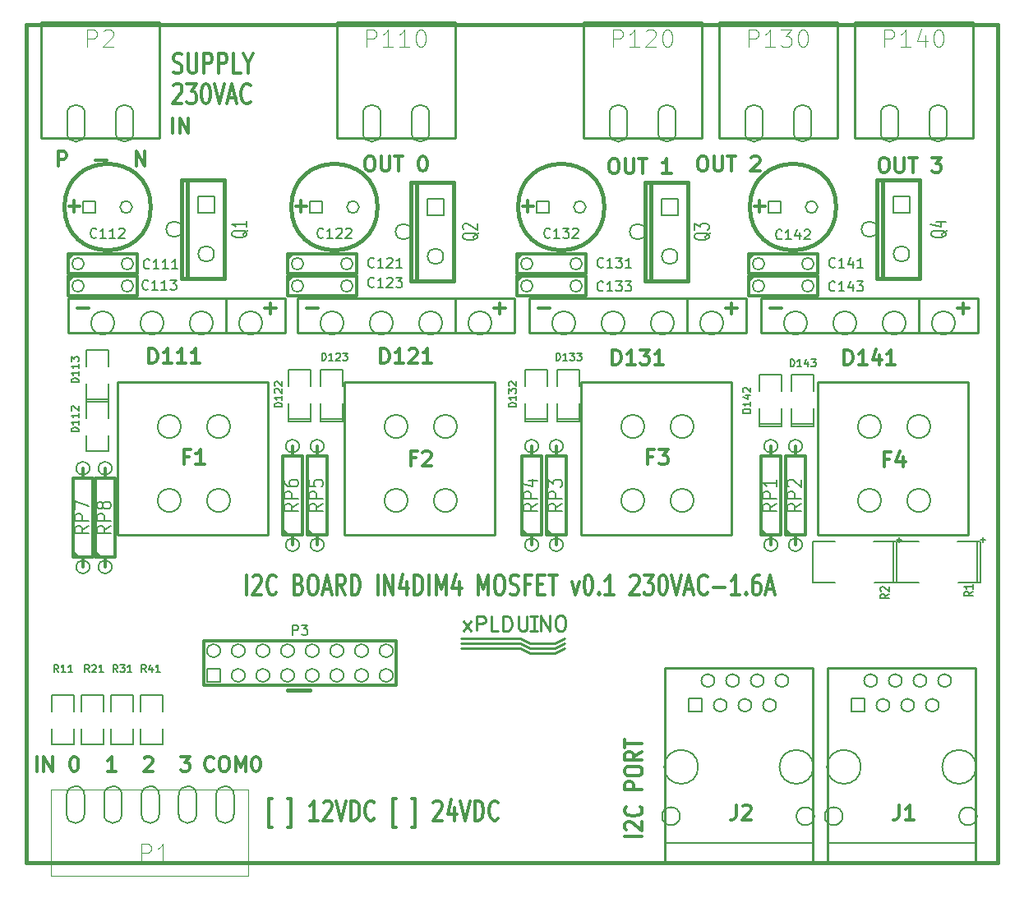
<source format=gto>
G04 (created by PCBNEW (2013-jul-07)-stable) date ven. 28 nov. 2014 17:15:50 CET*
%MOIN*%
G04 Gerber Fmt 3.4, Leading zero omitted, Abs format*
%FSLAX34Y34*%
G01*
G70*
G90*
G04 APERTURE LIST*
%ADD10C,0.00590551*%
%ADD11C,0.012*%
%ADD12C,0.015*%
%ADD13C,0.011811*%
%ADD14C,0.005*%
%ADD15C,0.01*%
%ADD16C,0.0039*%
%ADD17C,0.0059*%
%ADD18C,0.0035*%
%ADD19C,0.008*%
G04 APERTURE END LIST*
G54D10*
G54D11*
X72792Y-33742D02*
X72792Y-33142D01*
X73021Y-33142D01*
X73078Y-33171D01*
X73107Y-33200D01*
X73135Y-33257D01*
X73135Y-33342D01*
X73107Y-33400D01*
X73078Y-33428D01*
X73021Y-33457D01*
X72792Y-33457D01*
X74307Y-33514D02*
X74764Y-33514D01*
X75964Y-33742D02*
X75964Y-33142D01*
X76307Y-33742D01*
X76307Y-33142D01*
G54D12*
X82100Y-55000D02*
X83000Y-55000D01*
G54D11*
X77474Y-29925D02*
X77560Y-29963D01*
X77702Y-29963D01*
X77760Y-29925D01*
X77788Y-29887D01*
X77817Y-29811D01*
X77817Y-29735D01*
X77788Y-29659D01*
X77760Y-29620D01*
X77702Y-29582D01*
X77588Y-29544D01*
X77531Y-29506D01*
X77502Y-29468D01*
X77474Y-29392D01*
X77474Y-29316D01*
X77502Y-29240D01*
X77531Y-29201D01*
X77588Y-29163D01*
X77731Y-29163D01*
X77817Y-29201D01*
X78074Y-29163D02*
X78074Y-29811D01*
X78102Y-29887D01*
X78131Y-29925D01*
X78188Y-29963D01*
X78302Y-29963D01*
X78360Y-29925D01*
X78388Y-29887D01*
X78417Y-29811D01*
X78417Y-29163D01*
X78702Y-29963D02*
X78702Y-29163D01*
X78931Y-29163D01*
X78988Y-29201D01*
X79017Y-29240D01*
X79045Y-29316D01*
X79045Y-29430D01*
X79017Y-29506D01*
X78988Y-29544D01*
X78931Y-29582D01*
X78702Y-29582D01*
X79302Y-29963D02*
X79302Y-29163D01*
X79531Y-29163D01*
X79588Y-29201D01*
X79617Y-29240D01*
X79645Y-29316D01*
X79645Y-29430D01*
X79617Y-29506D01*
X79588Y-29544D01*
X79531Y-29582D01*
X79302Y-29582D01*
X80188Y-29963D02*
X79902Y-29963D01*
X79902Y-29163D01*
X80502Y-29582D02*
X80502Y-29963D01*
X80302Y-29163D02*
X80502Y-29582D01*
X80702Y-29163D01*
X77474Y-30480D02*
X77502Y-30441D01*
X77560Y-30403D01*
X77702Y-30403D01*
X77760Y-30441D01*
X77788Y-30480D01*
X77817Y-30556D01*
X77817Y-30632D01*
X77788Y-30746D01*
X77445Y-31203D01*
X77817Y-31203D01*
X78017Y-30403D02*
X78388Y-30403D01*
X78188Y-30708D01*
X78274Y-30708D01*
X78331Y-30746D01*
X78360Y-30784D01*
X78388Y-30860D01*
X78388Y-31051D01*
X78360Y-31127D01*
X78331Y-31165D01*
X78274Y-31203D01*
X78102Y-31203D01*
X78045Y-31165D01*
X78017Y-31127D01*
X78760Y-30403D02*
X78817Y-30403D01*
X78874Y-30441D01*
X78902Y-30480D01*
X78931Y-30556D01*
X78960Y-30708D01*
X78960Y-30899D01*
X78931Y-31051D01*
X78902Y-31127D01*
X78874Y-31165D01*
X78817Y-31203D01*
X78760Y-31203D01*
X78702Y-31165D01*
X78674Y-31127D01*
X78645Y-31051D01*
X78617Y-30899D01*
X78617Y-30708D01*
X78645Y-30556D01*
X78674Y-30480D01*
X78702Y-30441D01*
X78760Y-30403D01*
X79131Y-30403D02*
X79331Y-31203D01*
X79531Y-30403D01*
X79702Y-30975D02*
X79988Y-30975D01*
X79645Y-31203D02*
X79845Y-30403D01*
X80045Y-31203D01*
X80588Y-31127D02*
X80560Y-31165D01*
X80474Y-31203D01*
X80417Y-31203D01*
X80331Y-31165D01*
X80274Y-31089D01*
X80245Y-31013D01*
X80217Y-30860D01*
X80217Y-30746D01*
X80245Y-30594D01*
X80274Y-30518D01*
X80331Y-30441D01*
X80417Y-30403D01*
X80474Y-30403D01*
X80560Y-30441D01*
X80588Y-30480D01*
X81474Y-60550D02*
X81331Y-60550D01*
X81331Y-59407D01*
X81474Y-59407D01*
X82102Y-60550D02*
X82245Y-60550D01*
X82245Y-59407D01*
X82102Y-59407D01*
X83331Y-60283D02*
X82988Y-60283D01*
X83160Y-60283D02*
X83160Y-59483D01*
X83102Y-59598D01*
X83045Y-59674D01*
X82988Y-59712D01*
X83560Y-59560D02*
X83588Y-59521D01*
X83645Y-59483D01*
X83788Y-59483D01*
X83845Y-59521D01*
X83874Y-59560D01*
X83902Y-59636D01*
X83902Y-59712D01*
X83874Y-59826D01*
X83531Y-60283D01*
X83902Y-60283D01*
X84074Y-59483D02*
X84274Y-60283D01*
X84474Y-59483D01*
X84674Y-60283D02*
X84674Y-59483D01*
X84817Y-59483D01*
X84902Y-59521D01*
X84960Y-59598D01*
X84988Y-59674D01*
X85017Y-59826D01*
X85017Y-59940D01*
X84988Y-60093D01*
X84960Y-60169D01*
X84902Y-60245D01*
X84817Y-60283D01*
X84674Y-60283D01*
X85617Y-60207D02*
X85588Y-60245D01*
X85502Y-60283D01*
X85445Y-60283D01*
X85360Y-60245D01*
X85302Y-60169D01*
X85274Y-60093D01*
X85245Y-59940D01*
X85245Y-59826D01*
X85274Y-59674D01*
X85302Y-59598D01*
X85360Y-59521D01*
X85445Y-59483D01*
X85502Y-59483D01*
X85588Y-59521D01*
X85617Y-59560D01*
X86502Y-60550D02*
X86360Y-60550D01*
X86360Y-59407D01*
X86502Y-59407D01*
X87131Y-60550D02*
X87274Y-60550D01*
X87274Y-59407D01*
X87131Y-59407D01*
X88017Y-59560D02*
X88045Y-59521D01*
X88102Y-59483D01*
X88245Y-59483D01*
X88302Y-59521D01*
X88331Y-59560D01*
X88360Y-59636D01*
X88360Y-59712D01*
X88331Y-59826D01*
X87988Y-60283D01*
X88360Y-60283D01*
X88874Y-59750D02*
X88874Y-60283D01*
X88731Y-59445D02*
X88588Y-60017D01*
X88960Y-60017D01*
X89102Y-59483D02*
X89302Y-60283D01*
X89502Y-59483D01*
X89702Y-60283D02*
X89702Y-59483D01*
X89845Y-59483D01*
X89931Y-59521D01*
X89988Y-59598D01*
X90017Y-59674D01*
X90045Y-59826D01*
X90045Y-59940D01*
X90017Y-60093D01*
X89988Y-60169D01*
X89931Y-60245D01*
X89845Y-60283D01*
X89702Y-60283D01*
X90645Y-60207D02*
X90617Y-60245D01*
X90531Y-60283D01*
X90474Y-60283D01*
X90388Y-60245D01*
X90331Y-60169D01*
X90302Y-60093D01*
X90274Y-59940D01*
X90274Y-59826D01*
X90302Y-59674D01*
X90331Y-59598D01*
X90388Y-59521D01*
X90474Y-59483D01*
X90531Y-59483D01*
X90617Y-59521D01*
X90645Y-59560D01*
X80442Y-51123D02*
X80442Y-50323D01*
X80700Y-50400D02*
X80728Y-50361D01*
X80785Y-50323D01*
X80928Y-50323D01*
X80985Y-50361D01*
X81014Y-50400D01*
X81042Y-50476D01*
X81042Y-50552D01*
X81014Y-50666D01*
X80671Y-51123D01*
X81042Y-51123D01*
X81642Y-51047D02*
X81614Y-51085D01*
X81528Y-51123D01*
X81471Y-51123D01*
X81385Y-51085D01*
X81328Y-51009D01*
X81300Y-50933D01*
X81271Y-50780D01*
X81271Y-50666D01*
X81300Y-50514D01*
X81328Y-50438D01*
X81385Y-50361D01*
X81471Y-50323D01*
X81528Y-50323D01*
X81614Y-50361D01*
X81642Y-50400D01*
X82557Y-50704D02*
X82642Y-50742D01*
X82671Y-50780D01*
X82700Y-50857D01*
X82700Y-50971D01*
X82671Y-51047D01*
X82642Y-51085D01*
X82585Y-51123D01*
X82357Y-51123D01*
X82357Y-50323D01*
X82557Y-50323D01*
X82614Y-50361D01*
X82642Y-50400D01*
X82671Y-50476D01*
X82671Y-50552D01*
X82642Y-50628D01*
X82614Y-50666D01*
X82557Y-50704D01*
X82357Y-50704D01*
X83071Y-50323D02*
X83185Y-50323D01*
X83242Y-50361D01*
X83300Y-50438D01*
X83328Y-50590D01*
X83328Y-50857D01*
X83300Y-51009D01*
X83242Y-51085D01*
X83185Y-51123D01*
X83071Y-51123D01*
X83014Y-51085D01*
X82957Y-51009D01*
X82928Y-50857D01*
X82928Y-50590D01*
X82957Y-50438D01*
X83014Y-50361D01*
X83071Y-50323D01*
X83557Y-50895D02*
X83842Y-50895D01*
X83500Y-51123D02*
X83700Y-50323D01*
X83900Y-51123D01*
X84442Y-51123D02*
X84242Y-50742D01*
X84100Y-51123D02*
X84100Y-50323D01*
X84328Y-50323D01*
X84385Y-50361D01*
X84414Y-50400D01*
X84442Y-50476D01*
X84442Y-50590D01*
X84414Y-50666D01*
X84385Y-50704D01*
X84328Y-50742D01*
X84100Y-50742D01*
X84700Y-51123D02*
X84700Y-50323D01*
X84842Y-50323D01*
X84928Y-50361D01*
X84985Y-50438D01*
X85014Y-50514D01*
X85042Y-50666D01*
X85042Y-50780D01*
X85014Y-50933D01*
X84985Y-51009D01*
X84928Y-51085D01*
X84842Y-51123D01*
X84700Y-51123D01*
X85757Y-51123D02*
X85757Y-50323D01*
X86042Y-51123D02*
X86042Y-50323D01*
X86385Y-51123D01*
X86385Y-50323D01*
X86928Y-50590D02*
X86928Y-51123D01*
X86785Y-50285D02*
X86642Y-50857D01*
X87014Y-50857D01*
X87242Y-51123D02*
X87242Y-50323D01*
X87385Y-50323D01*
X87471Y-50361D01*
X87528Y-50438D01*
X87557Y-50514D01*
X87585Y-50666D01*
X87585Y-50780D01*
X87557Y-50933D01*
X87528Y-51009D01*
X87471Y-51085D01*
X87385Y-51123D01*
X87242Y-51123D01*
X87842Y-51123D02*
X87842Y-50323D01*
X88128Y-51123D02*
X88128Y-50323D01*
X88328Y-50895D01*
X88528Y-50323D01*
X88528Y-51123D01*
X89071Y-50590D02*
X89071Y-51123D01*
X88928Y-50285D02*
X88785Y-50857D01*
X89157Y-50857D01*
X89842Y-51123D02*
X89842Y-50323D01*
X90042Y-50895D01*
X90242Y-50323D01*
X90242Y-51123D01*
X90642Y-50323D02*
X90757Y-50323D01*
X90814Y-50361D01*
X90871Y-50438D01*
X90900Y-50590D01*
X90900Y-50857D01*
X90871Y-51009D01*
X90814Y-51085D01*
X90757Y-51123D01*
X90642Y-51123D01*
X90585Y-51085D01*
X90528Y-51009D01*
X90500Y-50857D01*
X90500Y-50590D01*
X90528Y-50438D01*
X90585Y-50361D01*
X90642Y-50323D01*
X91128Y-51085D02*
X91214Y-51123D01*
X91357Y-51123D01*
X91414Y-51085D01*
X91442Y-51047D01*
X91471Y-50971D01*
X91471Y-50895D01*
X91442Y-50819D01*
X91414Y-50780D01*
X91357Y-50742D01*
X91242Y-50704D01*
X91185Y-50666D01*
X91157Y-50628D01*
X91128Y-50552D01*
X91128Y-50476D01*
X91157Y-50400D01*
X91185Y-50361D01*
X91242Y-50323D01*
X91385Y-50323D01*
X91471Y-50361D01*
X91928Y-50704D02*
X91728Y-50704D01*
X91728Y-51123D02*
X91728Y-50323D01*
X92014Y-50323D01*
X92242Y-50704D02*
X92442Y-50704D01*
X92528Y-51123D02*
X92242Y-51123D01*
X92242Y-50323D01*
X92528Y-50323D01*
X92700Y-50323D02*
X93042Y-50323D01*
X92871Y-51123D02*
X92871Y-50323D01*
X93642Y-50590D02*
X93785Y-51123D01*
X93928Y-50590D01*
X94271Y-50323D02*
X94328Y-50323D01*
X94385Y-50361D01*
X94414Y-50400D01*
X94442Y-50476D01*
X94471Y-50628D01*
X94471Y-50819D01*
X94442Y-50971D01*
X94414Y-51047D01*
X94385Y-51085D01*
X94328Y-51123D01*
X94271Y-51123D01*
X94214Y-51085D01*
X94185Y-51047D01*
X94157Y-50971D01*
X94128Y-50819D01*
X94128Y-50628D01*
X94157Y-50476D01*
X94185Y-50400D01*
X94214Y-50361D01*
X94271Y-50323D01*
X94728Y-51047D02*
X94757Y-51085D01*
X94728Y-51123D01*
X94700Y-51085D01*
X94728Y-51047D01*
X94728Y-51123D01*
X95328Y-51123D02*
X94985Y-51123D01*
X95157Y-51123D02*
X95157Y-50323D01*
X95100Y-50438D01*
X95042Y-50514D01*
X94985Y-50552D01*
X96014Y-50400D02*
X96042Y-50361D01*
X96100Y-50323D01*
X96242Y-50323D01*
X96300Y-50361D01*
X96328Y-50400D01*
X96357Y-50476D01*
X96357Y-50552D01*
X96328Y-50666D01*
X95985Y-51123D01*
X96357Y-51123D01*
X96557Y-50323D02*
X96928Y-50323D01*
X96728Y-50628D01*
X96814Y-50628D01*
X96871Y-50666D01*
X96900Y-50704D01*
X96928Y-50780D01*
X96928Y-50971D01*
X96900Y-51047D01*
X96871Y-51085D01*
X96814Y-51123D01*
X96642Y-51123D01*
X96585Y-51085D01*
X96557Y-51047D01*
X97300Y-50323D02*
X97357Y-50323D01*
X97414Y-50361D01*
X97442Y-50400D01*
X97471Y-50476D01*
X97500Y-50628D01*
X97500Y-50819D01*
X97471Y-50971D01*
X97442Y-51047D01*
X97414Y-51085D01*
X97357Y-51123D01*
X97300Y-51123D01*
X97242Y-51085D01*
X97214Y-51047D01*
X97185Y-50971D01*
X97157Y-50819D01*
X97157Y-50628D01*
X97185Y-50476D01*
X97214Y-50400D01*
X97242Y-50361D01*
X97300Y-50323D01*
X97671Y-50323D02*
X97871Y-51123D01*
X98071Y-50323D01*
X98242Y-50895D02*
X98528Y-50895D01*
X98185Y-51123D02*
X98385Y-50323D01*
X98585Y-51123D01*
X99128Y-51047D02*
X99100Y-51085D01*
X99014Y-51123D01*
X98957Y-51123D01*
X98871Y-51085D01*
X98814Y-51009D01*
X98785Y-50933D01*
X98757Y-50780D01*
X98757Y-50666D01*
X98785Y-50514D01*
X98814Y-50438D01*
X98871Y-50361D01*
X98957Y-50323D01*
X99014Y-50323D01*
X99100Y-50361D01*
X99128Y-50400D01*
X99385Y-50819D02*
X99842Y-50819D01*
X100442Y-51123D02*
X100100Y-51123D01*
X100271Y-51123D02*
X100271Y-50323D01*
X100214Y-50438D01*
X100157Y-50514D01*
X100100Y-50552D01*
X100700Y-51047D02*
X100728Y-51085D01*
X100700Y-51123D01*
X100671Y-51085D01*
X100700Y-51047D01*
X100700Y-51123D01*
X101242Y-50323D02*
X101128Y-50323D01*
X101071Y-50361D01*
X101042Y-50400D01*
X100985Y-50514D01*
X100957Y-50666D01*
X100957Y-50971D01*
X100985Y-51047D01*
X101014Y-51085D01*
X101071Y-51123D01*
X101185Y-51123D01*
X101242Y-51085D01*
X101271Y-51047D01*
X101300Y-50971D01*
X101300Y-50780D01*
X101271Y-50704D01*
X101242Y-50666D01*
X101185Y-50628D01*
X101071Y-50628D01*
X101014Y-50666D01*
X100985Y-50704D01*
X100957Y-50780D01*
X101528Y-50895D02*
X101814Y-50895D01*
X101471Y-51123D02*
X101671Y-50323D01*
X101871Y-51123D01*
G54D13*
X96486Y-60926D02*
X95778Y-60926D01*
X95845Y-60673D02*
X95811Y-60645D01*
X95778Y-60588D01*
X95778Y-60448D01*
X95811Y-60392D01*
X95845Y-60363D01*
X95913Y-60335D01*
X95980Y-60335D01*
X96081Y-60363D01*
X96486Y-60701D01*
X96486Y-60335D01*
X96419Y-59745D02*
X96453Y-59773D01*
X96486Y-59857D01*
X96486Y-59913D01*
X96453Y-59998D01*
X96385Y-60054D01*
X96318Y-60082D01*
X96183Y-60110D01*
X96081Y-60110D01*
X95946Y-60082D01*
X95879Y-60054D01*
X95811Y-59998D01*
X95778Y-59913D01*
X95778Y-59857D01*
X95811Y-59773D01*
X95845Y-59745D01*
X96486Y-59042D02*
X95778Y-59042D01*
X95778Y-58817D01*
X95811Y-58760D01*
X95845Y-58732D01*
X95913Y-58704D01*
X96014Y-58704D01*
X96081Y-58732D01*
X96115Y-58760D01*
X96149Y-58817D01*
X96149Y-59042D01*
X95778Y-58339D02*
X95778Y-58226D01*
X95811Y-58170D01*
X95879Y-58114D01*
X96014Y-58086D01*
X96250Y-58086D01*
X96385Y-58114D01*
X96453Y-58170D01*
X96486Y-58226D01*
X96486Y-58339D01*
X96453Y-58395D01*
X96385Y-58451D01*
X96250Y-58479D01*
X96014Y-58479D01*
X95879Y-58451D01*
X95811Y-58395D01*
X95778Y-58339D01*
X96486Y-57495D02*
X96149Y-57692D01*
X96486Y-57832D02*
X95778Y-57832D01*
X95778Y-57607D01*
X95811Y-57551D01*
X95845Y-57523D01*
X95913Y-57495D01*
X96014Y-57495D01*
X96081Y-57523D01*
X96115Y-57551D01*
X96149Y-57607D01*
X96149Y-57832D01*
X95778Y-57326D02*
X95778Y-56989D01*
X96486Y-57158D02*
X95778Y-57158D01*
G54D11*
X77435Y-32392D02*
X77435Y-31792D01*
X77721Y-32392D02*
X77721Y-31792D01*
X78064Y-32392D01*
X78064Y-31792D01*
X106235Y-33392D02*
X106350Y-33392D01*
X106407Y-33421D01*
X106464Y-33478D01*
X106492Y-33592D01*
X106492Y-33792D01*
X106464Y-33907D01*
X106407Y-33964D01*
X106350Y-33992D01*
X106235Y-33992D01*
X106178Y-33964D01*
X106121Y-33907D01*
X106092Y-33792D01*
X106092Y-33592D01*
X106121Y-33478D01*
X106178Y-33421D01*
X106235Y-33392D01*
X106750Y-33392D02*
X106750Y-33878D01*
X106778Y-33935D01*
X106807Y-33964D01*
X106864Y-33992D01*
X106978Y-33992D01*
X107035Y-33964D01*
X107064Y-33935D01*
X107092Y-33878D01*
X107092Y-33392D01*
X107292Y-33392D02*
X107635Y-33392D01*
X107464Y-33992D02*
X107464Y-33392D01*
X108235Y-33392D02*
X108607Y-33392D01*
X108407Y-33621D01*
X108492Y-33621D01*
X108550Y-33650D01*
X108578Y-33678D01*
X108607Y-33735D01*
X108607Y-33878D01*
X108578Y-33935D01*
X108550Y-33964D01*
X108492Y-33992D01*
X108321Y-33992D01*
X108264Y-33964D01*
X108235Y-33935D01*
X98885Y-33342D02*
X99000Y-33342D01*
X99057Y-33371D01*
X99114Y-33428D01*
X99142Y-33542D01*
X99142Y-33742D01*
X99114Y-33857D01*
X99057Y-33914D01*
X99000Y-33942D01*
X98885Y-33942D01*
X98828Y-33914D01*
X98771Y-33857D01*
X98742Y-33742D01*
X98742Y-33542D01*
X98771Y-33428D01*
X98828Y-33371D01*
X98885Y-33342D01*
X99400Y-33342D02*
X99400Y-33828D01*
X99428Y-33885D01*
X99457Y-33914D01*
X99514Y-33942D01*
X99628Y-33942D01*
X99685Y-33914D01*
X99714Y-33885D01*
X99742Y-33828D01*
X99742Y-33342D01*
X99942Y-33342D02*
X100285Y-33342D01*
X100114Y-33942D02*
X100114Y-33342D01*
X100914Y-33400D02*
X100942Y-33371D01*
X101000Y-33342D01*
X101142Y-33342D01*
X101200Y-33371D01*
X101228Y-33400D01*
X101257Y-33457D01*
X101257Y-33514D01*
X101228Y-33600D01*
X100885Y-33942D01*
X101257Y-33942D01*
X95285Y-33442D02*
X95400Y-33442D01*
X95457Y-33471D01*
X95514Y-33528D01*
X95542Y-33642D01*
X95542Y-33842D01*
X95514Y-33957D01*
X95457Y-34014D01*
X95400Y-34042D01*
X95285Y-34042D01*
X95228Y-34014D01*
X95171Y-33957D01*
X95142Y-33842D01*
X95142Y-33642D01*
X95171Y-33528D01*
X95228Y-33471D01*
X95285Y-33442D01*
X95800Y-33442D02*
X95800Y-33928D01*
X95828Y-33985D01*
X95857Y-34014D01*
X95914Y-34042D01*
X96028Y-34042D01*
X96085Y-34014D01*
X96114Y-33985D01*
X96142Y-33928D01*
X96142Y-33442D01*
X96342Y-33442D02*
X96685Y-33442D01*
X96514Y-34042D02*
X96514Y-33442D01*
X97657Y-34042D02*
X97314Y-34042D01*
X97485Y-34042D02*
X97485Y-33442D01*
X97428Y-33528D01*
X97371Y-33585D01*
X97314Y-33614D01*
X85385Y-33342D02*
X85500Y-33342D01*
X85557Y-33371D01*
X85614Y-33428D01*
X85642Y-33542D01*
X85642Y-33742D01*
X85614Y-33857D01*
X85557Y-33914D01*
X85500Y-33942D01*
X85385Y-33942D01*
X85328Y-33914D01*
X85271Y-33857D01*
X85242Y-33742D01*
X85242Y-33542D01*
X85271Y-33428D01*
X85328Y-33371D01*
X85385Y-33342D01*
X85900Y-33342D02*
X85900Y-33828D01*
X85928Y-33885D01*
X85957Y-33914D01*
X86014Y-33942D01*
X86128Y-33942D01*
X86185Y-33914D01*
X86214Y-33885D01*
X86242Y-33828D01*
X86242Y-33342D01*
X86442Y-33342D02*
X86785Y-33342D01*
X86614Y-33942D02*
X86614Y-33342D01*
X87557Y-33342D02*
X87614Y-33342D01*
X87671Y-33371D01*
X87700Y-33400D01*
X87728Y-33457D01*
X87757Y-33571D01*
X87757Y-33714D01*
X87728Y-33828D01*
X87700Y-33885D01*
X87671Y-33914D01*
X87614Y-33942D01*
X87557Y-33942D01*
X87500Y-33914D01*
X87471Y-33885D01*
X87442Y-33828D01*
X87414Y-33714D01*
X87414Y-33571D01*
X87442Y-33457D01*
X87471Y-33400D01*
X87500Y-33371D01*
X87557Y-33342D01*
X79102Y-58235D02*
X79074Y-58264D01*
X78988Y-58292D01*
X78931Y-58292D01*
X78845Y-58264D01*
X78788Y-58207D01*
X78760Y-58150D01*
X78731Y-58035D01*
X78731Y-57950D01*
X78760Y-57835D01*
X78788Y-57778D01*
X78845Y-57721D01*
X78931Y-57692D01*
X78988Y-57692D01*
X79074Y-57721D01*
X79102Y-57750D01*
X79474Y-57692D02*
X79588Y-57692D01*
X79645Y-57721D01*
X79702Y-57778D01*
X79731Y-57892D01*
X79731Y-58092D01*
X79702Y-58207D01*
X79645Y-58264D01*
X79588Y-58292D01*
X79474Y-58292D01*
X79417Y-58264D01*
X79360Y-58207D01*
X79331Y-58092D01*
X79331Y-57892D01*
X79360Y-57778D01*
X79417Y-57721D01*
X79474Y-57692D01*
X79988Y-58292D02*
X79988Y-57692D01*
X80188Y-58121D01*
X80388Y-57692D01*
X80388Y-58292D01*
X80788Y-57692D02*
X80845Y-57692D01*
X80902Y-57721D01*
X80931Y-57750D01*
X80959Y-57807D01*
X80988Y-57921D01*
X80988Y-58064D01*
X80959Y-58178D01*
X80931Y-58235D01*
X80902Y-58264D01*
X80845Y-58292D01*
X80788Y-58292D01*
X80731Y-58264D01*
X80702Y-58235D01*
X80674Y-58178D01*
X80645Y-58064D01*
X80645Y-57921D01*
X80674Y-57807D01*
X80702Y-57750D01*
X80731Y-57721D01*
X80788Y-57692D01*
X77760Y-57692D02*
X78131Y-57692D01*
X77931Y-57921D01*
X78017Y-57921D01*
X78074Y-57950D01*
X78102Y-57978D01*
X78131Y-58035D01*
X78131Y-58178D01*
X78102Y-58235D01*
X78074Y-58264D01*
X78017Y-58292D01*
X77845Y-58292D01*
X77788Y-58264D01*
X77760Y-58235D01*
X76288Y-57750D02*
X76317Y-57721D01*
X76374Y-57692D01*
X76517Y-57692D01*
X76574Y-57721D01*
X76602Y-57750D01*
X76631Y-57807D01*
X76631Y-57864D01*
X76602Y-57950D01*
X76260Y-58292D01*
X76631Y-58292D01*
X75131Y-58292D02*
X74788Y-58292D01*
X74960Y-58292D02*
X74960Y-57692D01*
X74902Y-57778D01*
X74845Y-57835D01*
X74788Y-57864D01*
X71931Y-58292D02*
X71931Y-57692D01*
X72217Y-58292D02*
X72217Y-57692D01*
X72560Y-58292D01*
X72560Y-57692D01*
X73417Y-57692D02*
X73474Y-57692D01*
X73531Y-57721D01*
X73560Y-57750D01*
X73588Y-57807D01*
X73617Y-57921D01*
X73617Y-58064D01*
X73588Y-58178D01*
X73560Y-58235D01*
X73531Y-58264D01*
X73474Y-58292D01*
X73417Y-58292D01*
X73360Y-58264D01*
X73331Y-58235D01*
X73302Y-58178D01*
X73274Y-58064D01*
X73274Y-57921D01*
X73302Y-57807D01*
X73331Y-57750D01*
X73360Y-57721D01*
X73417Y-57692D01*
G54D12*
X71500Y-62000D02*
X110900Y-62000D01*
X71500Y-28000D02*
X110900Y-28000D01*
X110900Y-28000D02*
X110800Y-28000D01*
X110900Y-62000D02*
X110900Y-28000D01*
X71500Y-62000D02*
X71500Y-28000D01*
G54D14*
X73950Y-43200D02*
X73950Y-43300D01*
X73950Y-43300D02*
X74850Y-43300D01*
X74850Y-43300D02*
X74850Y-43200D01*
X73950Y-43200D02*
X74850Y-43200D01*
X74850Y-43200D02*
X74850Y-42550D01*
X73950Y-41850D02*
X73950Y-41200D01*
X73950Y-41200D02*
X74850Y-41200D01*
X74850Y-41200D02*
X74850Y-41850D01*
X73950Y-42550D02*
X73950Y-43200D01*
G54D15*
X72250Y-32600D02*
X72100Y-32600D01*
X72100Y-32600D02*
X72100Y-27900D01*
X72100Y-27900D02*
X76900Y-27900D01*
X76900Y-27900D02*
X76900Y-32600D01*
X76900Y-32600D02*
X72250Y-32600D01*
X109700Y-45600D02*
X109700Y-42500D01*
X109700Y-42500D02*
X103600Y-42500D01*
X103600Y-42500D02*
X103600Y-48700D01*
X103600Y-48700D02*
X109700Y-48700D01*
X109700Y-48700D02*
X109700Y-45600D01*
X100100Y-45600D02*
X100100Y-42500D01*
X100100Y-42500D02*
X94000Y-42500D01*
X94000Y-42500D02*
X94000Y-48700D01*
X94000Y-48700D02*
X100100Y-48700D01*
X100100Y-48700D02*
X100100Y-45600D01*
X90500Y-45600D02*
X90500Y-42500D01*
X90500Y-42500D02*
X84400Y-42500D01*
X84400Y-42500D02*
X84400Y-48700D01*
X84400Y-48700D02*
X90500Y-48700D01*
X90500Y-48700D02*
X90500Y-45600D01*
X81300Y-45600D02*
X81300Y-42500D01*
X81300Y-42500D02*
X75200Y-42500D01*
X75200Y-42500D02*
X75200Y-48700D01*
X75200Y-48700D02*
X81300Y-48700D01*
X81300Y-48700D02*
X81300Y-45600D01*
G54D14*
X102550Y-44200D02*
X102550Y-44300D01*
X102550Y-44300D02*
X103450Y-44300D01*
X103450Y-44300D02*
X103450Y-44200D01*
X102550Y-44200D02*
X103450Y-44200D01*
X103450Y-44200D02*
X103450Y-43550D01*
X102550Y-42850D02*
X102550Y-42200D01*
X102550Y-42200D02*
X103450Y-42200D01*
X103450Y-42200D02*
X103450Y-42850D01*
X102550Y-43550D02*
X102550Y-44200D01*
X101250Y-44200D02*
X101250Y-44300D01*
X101250Y-44300D02*
X102150Y-44300D01*
X102150Y-44300D02*
X102150Y-44200D01*
X101250Y-44200D02*
X102150Y-44200D01*
X102150Y-44200D02*
X102150Y-43550D01*
X101250Y-42850D02*
X101250Y-42200D01*
X101250Y-42200D02*
X102150Y-42200D01*
X102150Y-42200D02*
X102150Y-42850D01*
X101250Y-43550D02*
X101250Y-44200D01*
G54D15*
X107700Y-39100D02*
X107700Y-40500D01*
X101300Y-40500D02*
X110100Y-40500D01*
X110100Y-40500D02*
X110100Y-39100D01*
X110100Y-39100D02*
X101300Y-39100D01*
X101300Y-39100D02*
X101300Y-40500D01*
G54D14*
X93050Y-44000D02*
X93050Y-44100D01*
X93050Y-44100D02*
X93950Y-44100D01*
X93950Y-44100D02*
X93950Y-44000D01*
X93050Y-44000D02*
X93950Y-44000D01*
X93950Y-44000D02*
X93950Y-43350D01*
X93050Y-42650D02*
X93050Y-42000D01*
X93050Y-42000D02*
X93950Y-42000D01*
X93950Y-42000D02*
X93950Y-42650D01*
X93050Y-43350D02*
X93050Y-44000D01*
X91750Y-44000D02*
X91750Y-44100D01*
X91750Y-44100D02*
X92650Y-44100D01*
X92650Y-44100D02*
X92650Y-44000D01*
X91750Y-44000D02*
X92650Y-44000D01*
X92650Y-44000D02*
X92650Y-43350D01*
X91750Y-42650D02*
X91750Y-42000D01*
X91750Y-42000D02*
X92650Y-42000D01*
X92650Y-42000D02*
X92650Y-42650D01*
X91750Y-43350D02*
X91750Y-44000D01*
G54D15*
X98300Y-39100D02*
X98300Y-40500D01*
X91900Y-40500D02*
X100700Y-40500D01*
X100700Y-40500D02*
X100700Y-39100D01*
X100700Y-39100D02*
X91900Y-39100D01*
X91900Y-39100D02*
X91900Y-40500D01*
G54D14*
X83450Y-44000D02*
X83450Y-44100D01*
X83450Y-44100D02*
X84350Y-44100D01*
X84350Y-44100D02*
X84350Y-44000D01*
X83450Y-44000D02*
X84350Y-44000D01*
X84350Y-44000D02*
X84350Y-43350D01*
X83450Y-42650D02*
X83450Y-42000D01*
X83450Y-42000D02*
X84350Y-42000D01*
X84350Y-42000D02*
X84350Y-42650D01*
X83450Y-43350D02*
X83450Y-44000D01*
X82150Y-44000D02*
X82150Y-44100D01*
X82150Y-44100D02*
X83050Y-44100D01*
X83050Y-44100D02*
X83050Y-44000D01*
X82150Y-44000D02*
X83050Y-44000D01*
X83050Y-44000D02*
X83050Y-43350D01*
X82150Y-42650D02*
X82150Y-42000D01*
X82150Y-42000D02*
X83050Y-42000D01*
X83050Y-42000D02*
X83050Y-42650D01*
X82150Y-43350D02*
X82150Y-44000D01*
G54D15*
X88900Y-39100D02*
X88900Y-40500D01*
X82500Y-40500D02*
X91300Y-40500D01*
X91300Y-40500D02*
X91300Y-39100D01*
X91300Y-39100D02*
X82500Y-39100D01*
X82500Y-39100D02*
X82500Y-40500D01*
G54D14*
X74850Y-43300D02*
X74850Y-43200D01*
X74850Y-43200D02*
X73950Y-43200D01*
X73950Y-43200D02*
X73950Y-43300D01*
X74850Y-43300D02*
X73950Y-43300D01*
X73950Y-43300D02*
X73950Y-43950D01*
X74850Y-44650D02*
X74850Y-45300D01*
X74850Y-45300D02*
X73950Y-45300D01*
X73950Y-45300D02*
X73950Y-44650D01*
X74850Y-43950D02*
X74850Y-43300D01*
G54D15*
X79600Y-39100D02*
X79600Y-40500D01*
X73200Y-40500D02*
X82000Y-40500D01*
X82000Y-40500D02*
X82000Y-39100D01*
X82000Y-39100D02*
X73200Y-39100D01*
X73200Y-39100D02*
X73200Y-40500D01*
G54D11*
X100800Y-38200D02*
X103600Y-38200D01*
X103600Y-38200D02*
X103600Y-39000D01*
X103600Y-39000D02*
X100800Y-39000D01*
X100800Y-39000D02*
X100800Y-38200D01*
X100800Y-38400D02*
X101000Y-38200D01*
G54D12*
X104350Y-35400D02*
G75*
G03X104350Y-35400I-1750J0D01*
G74*
G01*
G54D11*
X100800Y-37300D02*
X103600Y-37300D01*
X103600Y-37300D02*
X103600Y-38100D01*
X103600Y-38100D02*
X100800Y-38100D01*
X100800Y-38100D02*
X100800Y-37300D01*
X100800Y-37500D02*
X101000Y-37300D01*
X91400Y-38200D02*
X94200Y-38200D01*
X94200Y-38200D02*
X94200Y-39000D01*
X94200Y-39000D02*
X91400Y-39000D01*
X91400Y-39000D02*
X91400Y-38200D01*
X91400Y-38400D02*
X91600Y-38200D01*
G54D12*
X94950Y-35400D02*
G75*
G03X94950Y-35400I-1750J0D01*
G74*
G01*
G54D11*
X91400Y-37300D02*
X94200Y-37300D01*
X94200Y-37300D02*
X94200Y-38100D01*
X94200Y-38100D02*
X91400Y-38100D01*
X91400Y-38100D02*
X91400Y-37300D01*
X91400Y-37500D02*
X91600Y-37300D01*
X82100Y-38200D02*
X84900Y-38200D01*
X84900Y-38200D02*
X84900Y-39000D01*
X84900Y-39000D02*
X82100Y-39000D01*
X82100Y-39000D02*
X82100Y-38200D01*
X82100Y-38400D02*
X82300Y-38200D01*
G54D12*
X85750Y-35400D02*
G75*
G03X85750Y-35400I-1750J0D01*
G74*
G01*
G54D11*
X82100Y-37300D02*
X84900Y-37300D01*
X84900Y-37300D02*
X84900Y-38100D01*
X84900Y-38100D02*
X82100Y-38100D01*
X82100Y-38100D02*
X82100Y-37300D01*
X82100Y-37500D02*
X82300Y-37300D01*
X73200Y-38200D02*
X76000Y-38200D01*
X76000Y-38200D02*
X76000Y-39000D01*
X76000Y-39000D02*
X73200Y-39000D01*
X73200Y-39000D02*
X73200Y-38200D01*
X73200Y-38400D02*
X73400Y-38200D01*
G54D12*
X76550Y-35400D02*
G75*
G03X76550Y-35400I-1750J0D01*
G74*
G01*
G54D11*
X73200Y-37300D02*
X76000Y-37300D01*
X76000Y-37300D02*
X76000Y-38100D01*
X76000Y-38100D02*
X73200Y-38100D01*
X73200Y-38100D02*
X73200Y-37300D01*
X73200Y-37500D02*
X73400Y-37300D01*
G54D15*
X104000Y-54112D02*
X104000Y-61962D01*
X104000Y-61962D02*
X110000Y-61962D01*
X110000Y-61962D02*
X110000Y-54112D01*
X110000Y-54112D02*
X104000Y-54112D01*
G54D14*
X104000Y-61212D02*
X110000Y-61212D01*
X110000Y-61212D02*
X110000Y-54112D01*
X110000Y-54112D02*
X104000Y-54112D01*
X104000Y-54112D02*
X104000Y-61212D01*
G54D15*
X97400Y-54112D02*
X97400Y-61962D01*
X97400Y-61962D02*
X103400Y-61962D01*
X103400Y-61962D02*
X103400Y-54112D01*
X103400Y-54112D02*
X97400Y-54112D01*
G54D14*
X97400Y-61212D02*
X103400Y-61212D01*
X103400Y-61212D02*
X103400Y-54112D01*
X103400Y-54112D02*
X97400Y-54112D01*
X97400Y-54112D02*
X97400Y-61212D01*
G54D15*
X105250Y-32600D02*
X105100Y-32600D01*
X105100Y-32600D02*
X105100Y-27900D01*
X105100Y-27900D02*
X109900Y-27900D01*
X109900Y-27900D02*
X109900Y-32600D01*
X109900Y-32600D02*
X105250Y-32600D01*
X99750Y-32600D02*
X99600Y-32600D01*
X99600Y-32600D02*
X99600Y-27900D01*
X99600Y-27900D02*
X104400Y-27900D01*
X104400Y-27900D02*
X104400Y-32600D01*
X104400Y-32600D02*
X99750Y-32600D01*
X94250Y-32600D02*
X94100Y-32600D01*
X94100Y-32600D02*
X94100Y-27900D01*
X94100Y-27900D02*
X98900Y-27900D01*
X98900Y-27900D02*
X98900Y-32600D01*
X98900Y-32600D02*
X94250Y-32600D01*
X84250Y-32600D02*
X84100Y-32600D01*
X84100Y-32600D02*
X84100Y-27900D01*
X84100Y-27900D02*
X88900Y-27900D01*
X88900Y-27900D02*
X88900Y-32600D01*
X88900Y-32600D02*
X84250Y-32600D01*
G54D14*
X72550Y-57200D02*
X73450Y-57200D01*
X73450Y-57200D02*
X73450Y-56550D01*
X72550Y-55850D02*
X72550Y-55200D01*
X72550Y-55200D02*
X73450Y-55200D01*
X73450Y-55200D02*
X73450Y-55850D01*
X72550Y-56550D02*
X72550Y-57200D01*
X76150Y-57200D02*
X77050Y-57200D01*
X77050Y-57200D02*
X77050Y-56550D01*
X76150Y-55850D02*
X76150Y-55200D01*
X76150Y-55200D02*
X77050Y-55200D01*
X77050Y-55200D02*
X77050Y-55850D01*
X76150Y-56550D02*
X76150Y-57200D01*
X73750Y-57200D02*
X74650Y-57200D01*
X74650Y-57200D02*
X74650Y-56550D01*
X73750Y-55850D02*
X73750Y-55200D01*
X73750Y-55200D02*
X74650Y-55200D01*
X74650Y-55200D02*
X74650Y-55850D01*
X73750Y-56550D02*
X73750Y-57200D01*
X74950Y-57200D02*
X75850Y-57200D01*
X75850Y-57200D02*
X75850Y-56550D01*
X74950Y-55850D02*
X74950Y-55200D01*
X74950Y-55200D02*
X75850Y-55200D01*
X75850Y-55200D02*
X75850Y-55850D01*
X74950Y-56550D02*
X74950Y-57200D01*
G54D16*
X72500Y-59045D02*
X72500Y-62545D01*
X80500Y-59045D02*
X80500Y-62545D01*
X72500Y-62545D02*
X80500Y-62545D01*
X80500Y-59045D02*
X72500Y-59045D01*
G54D12*
X78050Y-38300D02*
X77800Y-38300D01*
X77800Y-38300D02*
X77800Y-34300D01*
X77800Y-34300D02*
X78050Y-34300D01*
X79550Y-38300D02*
X78050Y-38300D01*
X78050Y-38300D02*
X78050Y-34300D01*
X78050Y-34300D02*
X79550Y-34300D01*
X79550Y-34300D02*
X79550Y-38300D01*
X87350Y-38400D02*
X87100Y-38400D01*
X87100Y-38400D02*
X87100Y-34400D01*
X87100Y-34400D02*
X87350Y-34400D01*
X88850Y-38400D02*
X87350Y-38400D01*
X87350Y-38400D02*
X87350Y-34400D01*
X87350Y-34400D02*
X88850Y-34400D01*
X88850Y-34400D02*
X88850Y-38400D01*
X106250Y-38300D02*
X106000Y-38300D01*
X106000Y-38300D02*
X106000Y-34300D01*
X106000Y-34300D02*
X106250Y-34300D01*
X107750Y-38300D02*
X106250Y-38300D01*
X106250Y-38300D02*
X106250Y-34300D01*
X106250Y-34300D02*
X107750Y-34300D01*
X107750Y-34300D02*
X107750Y-38300D01*
G54D11*
X78700Y-54800D02*
X78700Y-53000D01*
X78700Y-53000D02*
X86500Y-53000D01*
X86500Y-53000D02*
X86500Y-54800D01*
X86500Y-54800D02*
X78700Y-54800D01*
G54D12*
X96850Y-38400D02*
X96600Y-38400D01*
X96600Y-38400D02*
X96600Y-34400D01*
X96600Y-34400D02*
X96850Y-34400D01*
X98350Y-38400D02*
X96850Y-38400D01*
X96850Y-38400D02*
X96850Y-34400D01*
X96850Y-34400D02*
X98350Y-34400D01*
X98350Y-34400D02*
X98350Y-38400D01*
G54D17*
X110074Y-50627D02*
X110074Y-48973D01*
X110193Y-50627D02*
X110193Y-48973D01*
X106807Y-50627D02*
X106807Y-48973D01*
X107714Y-48971D02*
X106814Y-48971D01*
X106814Y-50629D02*
X107714Y-50629D01*
X109287Y-50629D02*
X110187Y-50629D01*
X110186Y-48971D02*
X109286Y-48971D01*
X106674Y-50627D02*
X106674Y-48973D01*
X106793Y-50627D02*
X106793Y-48973D01*
X103407Y-50627D02*
X103407Y-48973D01*
X104314Y-48971D02*
X103414Y-48971D01*
X103414Y-50629D02*
X104314Y-50629D01*
X105887Y-50629D02*
X106787Y-50629D01*
X106786Y-48971D02*
X105886Y-48971D01*
G54D15*
X89150Y-53300D02*
X91550Y-53300D01*
X91550Y-53300D02*
X91950Y-53500D01*
X91950Y-53500D02*
X92950Y-53500D01*
X92950Y-53500D02*
X93350Y-53300D01*
X89150Y-53100D02*
X91550Y-53100D01*
X91550Y-53100D02*
X91950Y-53300D01*
X91950Y-53300D02*
X92950Y-53300D01*
X92950Y-53300D02*
X93350Y-53100D01*
X92950Y-53100D02*
X93350Y-52900D01*
X91950Y-53100D02*
X92950Y-53100D01*
X91550Y-52900D02*
X91950Y-53100D01*
X89150Y-52900D02*
X91550Y-52900D01*
X89150Y-52900D02*
X91550Y-52900D01*
X91550Y-52900D02*
X91950Y-53100D01*
X91950Y-53100D02*
X92950Y-53100D01*
X92950Y-53100D02*
X93350Y-52900D01*
X92950Y-53100D02*
X93350Y-52900D01*
X91950Y-53100D02*
X92950Y-53100D01*
X91550Y-52900D02*
X91950Y-53100D01*
X89150Y-52900D02*
X91550Y-52900D01*
X89150Y-52900D02*
X91550Y-52900D01*
X91550Y-52900D02*
X91950Y-53100D01*
X91950Y-53100D02*
X92950Y-53100D01*
X92950Y-53100D02*
X93350Y-52900D01*
X92950Y-53100D02*
X93350Y-52900D01*
X91950Y-53100D02*
X92950Y-53100D01*
X91550Y-52900D02*
X91950Y-53100D01*
X89150Y-52900D02*
X91550Y-52900D01*
X89150Y-52900D02*
X91550Y-52900D01*
X91550Y-52900D02*
X91950Y-53100D01*
X91950Y-53100D02*
X92950Y-53100D01*
X92950Y-53100D02*
X93350Y-52900D01*
X92950Y-53100D02*
X93350Y-52900D01*
X91950Y-53100D02*
X92950Y-53100D01*
X91550Y-52900D02*
X91950Y-53100D01*
X89150Y-52900D02*
X91550Y-52900D01*
X89150Y-52900D02*
X91550Y-52900D01*
X91550Y-52900D02*
X91950Y-53100D01*
X91950Y-53100D02*
X92950Y-53100D01*
X92950Y-53100D02*
X93350Y-52900D01*
X93225Y-52600D02*
X93325Y-52525D01*
X93000Y-52500D02*
X93100Y-52600D01*
X92175Y-52600D02*
X92225Y-52600D01*
X91950Y-52600D02*
X92200Y-52600D01*
X91950Y-52000D02*
X92225Y-52000D01*
X92100Y-52575D02*
X92100Y-52050D01*
X92975Y-52400D02*
X93000Y-52500D01*
X93100Y-52600D02*
X93225Y-52600D01*
X93375Y-52375D02*
X93350Y-52500D01*
X92975Y-52175D02*
X93000Y-52075D01*
X93000Y-52075D02*
X93075Y-52000D01*
X93075Y-52000D02*
X93125Y-51975D01*
X93125Y-51975D02*
X93225Y-51975D01*
X93225Y-51975D02*
X93275Y-52000D01*
X93275Y-52000D02*
X93325Y-52025D01*
X93325Y-52025D02*
X93350Y-52075D01*
X93350Y-52075D02*
X93375Y-52150D01*
X93375Y-52150D02*
X93375Y-52200D01*
X93375Y-52200D02*
X93375Y-52375D01*
X92975Y-52200D02*
X92975Y-52400D01*
X92375Y-52600D02*
X92375Y-51975D01*
X92375Y-52000D02*
X92725Y-52600D01*
X92725Y-52600D02*
X92725Y-51975D01*
X91475Y-52000D02*
X91475Y-52475D01*
X91475Y-52475D02*
X91500Y-52525D01*
X91500Y-52525D02*
X91525Y-52550D01*
X91525Y-52550D02*
X91550Y-52575D01*
X91550Y-52575D02*
X91600Y-52600D01*
X91600Y-52600D02*
X91650Y-52600D01*
X91650Y-52600D02*
X91700Y-52600D01*
X91700Y-52600D02*
X91750Y-52575D01*
X91750Y-52575D02*
X91775Y-52550D01*
X91775Y-52550D02*
X91800Y-52525D01*
X91800Y-52525D02*
X91800Y-52475D01*
X91800Y-52475D02*
X91800Y-52000D01*
X90875Y-52000D02*
X91000Y-52000D01*
X91000Y-52000D02*
X91100Y-52025D01*
X91100Y-52025D02*
X91150Y-52075D01*
X91150Y-52075D02*
X91175Y-52150D01*
X91175Y-52150D02*
X91200Y-52250D01*
X91200Y-52250D02*
X91200Y-52325D01*
X91200Y-52325D02*
X91200Y-52375D01*
X91200Y-52375D02*
X91175Y-52450D01*
X91175Y-52450D02*
X91150Y-52500D01*
X91150Y-52500D02*
X91100Y-52550D01*
X91100Y-52550D02*
X91025Y-52600D01*
X91025Y-52600D02*
X90975Y-52600D01*
X90975Y-52600D02*
X90850Y-52600D01*
X90850Y-52600D02*
X90850Y-52000D01*
X90375Y-52000D02*
X90375Y-52600D01*
X90375Y-52600D02*
X90650Y-52600D01*
X89775Y-52000D02*
X89800Y-52000D01*
X89800Y-52000D02*
X90025Y-52000D01*
X90025Y-52000D02*
X90075Y-52025D01*
X90075Y-52025D02*
X90100Y-52050D01*
X90100Y-52050D02*
X90125Y-52100D01*
X90125Y-52100D02*
X90125Y-52150D01*
X90125Y-52150D02*
X90125Y-52200D01*
X90125Y-52200D02*
X90100Y-52250D01*
X90100Y-52250D02*
X90050Y-52275D01*
X90050Y-52275D02*
X90000Y-52300D01*
X90000Y-52300D02*
X89775Y-52300D01*
X89775Y-52575D02*
X89775Y-52000D01*
X89250Y-52200D02*
X89550Y-52600D01*
X89225Y-52600D02*
X89525Y-52200D01*
G54D11*
X101700Y-49100D02*
X101700Y-48700D01*
X101700Y-48700D02*
X101300Y-48700D01*
X101300Y-48700D02*
X101300Y-45500D01*
X101300Y-45500D02*
X102100Y-45500D01*
X102100Y-45500D02*
X102100Y-48700D01*
X102100Y-48700D02*
X101700Y-48700D01*
X101500Y-48700D02*
X101300Y-48500D01*
X101700Y-45100D02*
X101700Y-45500D01*
X102700Y-49100D02*
X102700Y-48700D01*
X102700Y-48700D02*
X102300Y-48700D01*
X102300Y-48700D02*
X102300Y-45500D01*
X102300Y-45500D02*
X103100Y-45500D01*
X103100Y-45500D02*
X103100Y-48700D01*
X103100Y-48700D02*
X102700Y-48700D01*
X102500Y-48700D02*
X102300Y-48500D01*
X102700Y-45100D02*
X102700Y-45500D01*
X93000Y-49100D02*
X93000Y-48700D01*
X93000Y-48700D02*
X92600Y-48700D01*
X92600Y-48700D02*
X92600Y-45500D01*
X92600Y-45500D02*
X93400Y-45500D01*
X93400Y-45500D02*
X93400Y-48700D01*
X93400Y-48700D02*
X93000Y-48700D01*
X92800Y-48700D02*
X92600Y-48500D01*
X93000Y-45100D02*
X93000Y-45500D01*
X92000Y-49100D02*
X92000Y-48700D01*
X92000Y-48700D02*
X91600Y-48700D01*
X91600Y-48700D02*
X91600Y-45500D01*
X91600Y-45500D02*
X92400Y-45500D01*
X92400Y-45500D02*
X92400Y-48700D01*
X92400Y-48700D02*
X92000Y-48700D01*
X91800Y-48700D02*
X91600Y-48500D01*
X92000Y-45100D02*
X92000Y-45500D01*
X73800Y-50000D02*
X73800Y-49600D01*
X73800Y-49600D02*
X73400Y-49600D01*
X73400Y-49600D02*
X73400Y-46400D01*
X73400Y-46400D02*
X74200Y-46400D01*
X74200Y-46400D02*
X74200Y-49600D01*
X74200Y-49600D02*
X73800Y-49600D01*
X73600Y-49600D02*
X73400Y-49400D01*
X73800Y-46000D02*
X73800Y-46400D01*
X74700Y-50000D02*
X74700Y-49600D01*
X74700Y-49600D02*
X74300Y-49600D01*
X74300Y-49600D02*
X74300Y-46400D01*
X74300Y-46400D02*
X75100Y-46400D01*
X75100Y-46400D02*
X75100Y-49600D01*
X75100Y-49600D02*
X74700Y-49600D01*
X74500Y-49600D02*
X74300Y-49400D01*
X74700Y-46000D02*
X74700Y-46400D01*
X83300Y-49100D02*
X83300Y-48700D01*
X83300Y-48700D02*
X82900Y-48700D01*
X82900Y-48700D02*
X82900Y-45500D01*
X82900Y-45500D02*
X83700Y-45500D01*
X83700Y-45500D02*
X83700Y-48700D01*
X83700Y-48700D02*
X83300Y-48700D01*
X83100Y-48700D02*
X82900Y-48500D01*
X83300Y-45100D02*
X83300Y-45500D01*
X82300Y-49100D02*
X82300Y-48700D01*
X82300Y-48700D02*
X81900Y-48700D01*
X81900Y-48700D02*
X81900Y-45500D01*
X81900Y-45500D02*
X82700Y-45500D01*
X82700Y-45500D02*
X82700Y-48700D01*
X82700Y-48700D02*
X82300Y-48700D01*
X82100Y-48700D02*
X81900Y-48500D01*
X82300Y-45100D02*
X82300Y-45500D01*
G54D10*
X75850Y-32390D02*
X75850Y-31610D01*
X75129Y-32390D02*
X75129Y-31610D01*
X75850Y-31610D02*
G75*
G03X75129Y-31610I-360J0D01*
G74*
G01*
X75129Y-32390D02*
G75*
G03X75850Y-32390I360J0D01*
G74*
G01*
X73880Y-32390D02*
X73880Y-31610D01*
X73159Y-32390D02*
X73159Y-31610D01*
X73880Y-31610D02*
G75*
G03X73159Y-31610I-360J0D01*
G74*
G01*
X73159Y-32390D02*
G75*
G03X73880Y-32390I360J0D01*
G74*
G01*
X106170Y-47300D02*
G75*
G03X106170Y-47300I-470J0D01*
G74*
G01*
X106170Y-44300D02*
G75*
G03X106170Y-44300I-470J0D01*
G74*
G01*
X108170Y-47300D02*
G75*
G03X108170Y-47300I-470J0D01*
G74*
G01*
X108170Y-44300D02*
G75*
G03X108170Y-44300I-470J0D01*
G74*
G01*
X96570Y-47300D02*
G75*
G03X96570Y-47300I-470J0D01*
G74*
G01*
X96570Y-44300D02*
G75*
G03X96570Y-44300I-470J0D01*
G74*
G01*
X98570Y-47300D02*
G75*
G03X98570Y-47300I-470J0D01*
G74*
G01*
X98570Y-44300D02*
G75*
G03X98570Y-44300I-470J0D01*
G74*
G01*
X86970Y-47300D02*
G75*
G03X86970Y-47300I-470J0D01*
G74*
G01*
X86970Y-44300D02*
G75*
G03X86970Y-44300I-470J0D01*
G74*
G01*
X88970Y-47300D02*
G75*
G03X88970Y-47300I-470J0D01*
G74*
G01*
X88970Y-44300D02*
G75*
G03X88970Y-44300I-470J0D01*
G74*
G01*
X77770Y-47300D02*
G75*
G03X77770Y-47300I-470J0D01*
G74*
G01*
X77770Y-44300D02*
G75*
G03X77770Y-44300I-470J0D01*
G74*
G01*
X79770Y-47300D02*
G75*
G03X79770Y-47300I-470J0D01*
G74*
G01*
X79770Y-44300D02*
G75*
G03X79770Y-44300I-470J0D01*
G74*
G01*
X103170Y-40100D02*
G75*
G03X103170Y-40100I-470J0D01*
G74*
G01*
X105170Y-40100D02*
G75*
G03X105170Y-40100I-470J0D01*
G74*
G01*
X107170Y-40100D02*
G75*
G03X107170Y-40100I-470J0D01*
G74*
G01*
X109170Y-40100D02*
G75*
G03X109170Y-40100I-470J0D01*
G74*
G01*
X93770Y-40100D02*
G75*
G03X93770Y-40100I-470J0D01*
G74*
G01*
X95770Y-40100D02*
G75*
G03X95770Y-40100I-470J0D01*
G74*
G01*
X97770Y-40100D02*
G75*
G03X97770Y-40100I-470J0D01*
G74*
G01*
X99770Y-40100D02*
G75*
G03X99770Y-40100I-470J0D01*
G74*
G01*
X84370Y-40100D02*
G75*
G03X84370Y-40100I-470J0D01*
G74*
G01*
X86370Y-40100D02*
G75*
G03X86370Y-40100I-470J0D01*
G74*
G01*
X88370Y-40100D02*
G75*
G03X88370Y-40100I-470J0D01*
G74*
G01*
X90370Y-40100D02*
G75*
G03X90370Y-40100I-470J0D01*
G74*
G01*
X75070Y-40100D02*
G75*
G03X75070Y-40100I-470J0D01*
G74*
G01*
X77070Y-40100D02*
G75*
G03X77070Y-40100I-470J0D01*
G74*
G01*
X79070Y-40100D02*
G75*
G03X79070Y-40100I-470J0D01*
G74*
G01*
X81070Y-40100D02*
G75*
G03X81070Y-40100I-470J0D01*
G74*
G01*
X101445Y-38600D02*
G75*
G03X101445Y-38600I-245J0D01*
G74*
G01*
X103445Y-38600D02*
G75*
G03X103445Y-38600I-245J0D01*
G74*
G01*
X101604Y-35154D02*
X101604Y-35645D01*
X102095Y-35645D01*
X102095Y-35154D01*
X101604Y-35154D01*
X103595Y-35400D02*
G75*
G03X103595Y-35400I-245J0D01*
G74*
G01*
X101445Y-37700D02*
G75*
G03X101445Y-37700I-245J0D01*
G74*
G01*
X103445Y-37700D02*
G75*
G03X103445Y-37700I-245J0D01*
G74*
G01*
X92045Y-38600D02*
G75*
G03X92045Y-38600I-245J0D01*
G74*
G01*
X94045Y-38600D02*
G75*
G03X94045Y-38600I-245J0D01*
G74*
G01*
X92204Y-35154D02*
X92204Y-35645D01*
X92695Y-35645D01*
X92695Y-35154D01*
X92204Y-35154D01*
X94195Y-35400D02*
G75*
G03X94195Y-35400I-245J0D01*
G74*
G01*
X92045Y-37700D02*
G75*
G03X92045Y-37700I-245J0D01*
G74*
G01*
X94045Y-37700D02*
G75*
G03X94045Y-37700I-245J0D01*
G74*
G01*
X82745Y-38600D02*
G75*
G03X82745Y-38600I-245J0D01*
G74*
G01*
X84745Y-38600D02*
G75*
G03X84745Y-38600I-245J0D01*
G74*
G01*
X83004Y-35154D02*
X83004Y-35645D01*
X83495Y-35645D01*
X83495Y-35154D01*
X83004Y-35154D01*
X84995Y-35400D02*
G75*
G03X84995Y-35400I-245J0D01*
G74*
G01*
X82745Y-37700D02*
G75*
G03X82745Y-37700I-245J0D01*
G74*
G01*
X84745Y-37700D02*
G75*
G03X84745Y-37700I-245J0D01*
G74*
G01*
X73845Y-38600D02*
G75*
G03X73845Y-38600I-245J0D01*
G74*
G01*
X75845Y-38600D02*
G75*
G03X75845Y-38600I-245J0D01*
G74*
G01*
X73804Y-35154D02*
X73804Y-35645D01*
X74295Y-35645D01*
X74295Y-35154D01*
X73804Y-35154D01*
X75795Y-35400D02*
G75*
G03X75795Y-35400I-245J0D01*
G74*
G01*
X73845Y-37700D02*
G75*
G03X73845Y-37700I-245J0D01*
G74*
G01*
X75845Y-37700D02*
G75*
G03X75845Y-37700I-245J0D01*
G74*
G01*
X110026Y-58112D02*
G75*
G03X110026Y-58112I-688J0D01*
G74*
G01*
X105353Y-58112D02*
G75*
G03X105353Y-58112I-688J0D01*
G74*
G01*
X104984Y-55346D02*
X104984Y-55878D01*
X105515Y-55878D01*
X105515Y-55346D01*
X104984Y-55346D01*
X106015Y-54612D02*
G75*
G03X106015Y-54612I-265J0D01*
G74*
G01*
X106515Y-55612D02*
G75*
G03X106515Y-55612I-265J0D01*
G74*
G01*
X107015Y-54612D02*
G75*
G03X107015Y-54612I-265J0D01*
G74*
G01*
X107515Y-55612D02*
G75*
G03X107515Y-55612I-265J0D01*
G74*
G01*
X108015Y-54612D02*
G75*
G03X108015Y-54612I-265J0D01*
G74*
G01*
X108515Y-55612D02*
G75*
G03X108515Y-55612I-265J0D01*
G74*
G01*
X109015Y-54612D02*
G75*
G03X109015Y-54612I-265J0D01*
G74*
G01*
X104614Y-60112D02*
G75*
G03X104614Y-60112I-364J0D01*
G74*
G01*
X110064Y-60112D02*
G75*
G03X110064Y-60112I-364J0D01*
G74*
G01*
X103426Y-58112D02*
G75*
G03X103426Y-58112I-688J0D01*
G74*
G01*
X98753Y-58112D02*
G75*
G03X98753Y-58112I-688J0D01*
G74*
G01*
X98384Y-55346D02*
X98384Y-55878D01*
X98915Y-55878D01*
X98915Y-55346D01*
X98384Y-55346D01*
X99415Y-54612D02*
G75*
G03X99415Y-54612I-265J0D01*
G74*
G01*
X99915Y-55612D02*
G75*
G03X99915Y-55612I-265J0D01*
G74*
G01*
X100415Y-54612D02*
G75*
G03X100415Y-54612I-265J0D01*
G74*
G01*
X100915Y-55612D02*
G75*
G03X100915Y-55612I-265J0D01*
G74*
G01*
X101415Y-54612D02*
G75*
G03X101415Y-54612I-265J0D01*
G74*
G01*
X101915Y-55612D02*
G75*
G03X101915Y-55612I-265J0D01*
G74*
G01*
X102415Y-54612D02*
G75*
G03X102415Y-54612I-265J0D01*
G74*
G01*
X98014Y-60112D02*
G75*
G03X98014Y-60112I-364J0D01*
G74*
G01*
X103464Y-60112D02*
G75*
G03X103464Y-60112I-364J0D01*
G74*
G01*
X108850Y-32390D02*
X108850Y-31610D01*
X108129Y-32390D02*
X108129Y-31610D01*
X108850Y-31610D02*
G75*
G03X108129Y-31610I-360J0D01*
G74*
G01*
X108129Y-32390D02*
G75*
G03X108850Y-32390I360J0D01*
G74*
G01*
X106880Y-32390D02*
X106880Y-31610D01*
X106159Y-32390D02*
X106159Y-31610D01*
X106880Y-31610D02*
G75*
G03X106159Y-31610I-360J0D01*
G74*
G01*
X106159Y-32390D02*
G75*
G03X106880Y-32390I360J0D01*
G74*
G01*
X103350Y-32390D02*
X103350Y-31610D01*
X102629Y-32390D02*
X102629Y-31610D01*
X103350Y-31610D02*
G75*
G03X102629Y-31610I-360J0D01*
G74*
G01*
X102629Y-32390D02*
G75*
G03X103350Y-32390I360J0D01*
G74*
G01*
X101380Y-32390D02*
X101380Y-31610D01*
X100659Y-32390D02*
X100659Y-31610D01*
X101380Y-31610D02*
G75*
G03X100659Y-31610I-360J0D01*
G74*
G01*
X100659Y-32390D02*
G75*
G03X101380Y-32390I360J0D01*
G74*
G01*
X97850Y-32390D02*
X97850Y-31610D01*
X97129Y-32390D02*
X97129Y-31610D01*
X97850Y-31610D02*
G75*
G03X97129Y-31610I-360J0D01*
G74*
G01*
X97129Y-32390D02*
G75*
G03X97850Y-32390I360J0D01*
G74*
G01*
X95880Y-32390D02*
X95880Y-31610D01*
X95159Y-32390D02*
X95159Y-31610D01*
X95880Y-31610D02*
G75*
G03X95159Y-31610I-360J0D01*
G74*
G01*
X95159Y-32390D02*
G75*
G03X95880Y-32390I360J0D01*
G74*
G01*
X87850Y-32390D02*
X87850Y-31610D01*
X87129Y-32390D02*
X87129Y-31610D01*
X87850Y-31610D02*
G75*
G03X87129Y-31610I-360J0D01*
G74*
G01*
X87129Y-32390D02*
G75*
G03X87850Y-32390I360J0D01*
G74*
G01*
X85880Y-32390D02*
X85880Y-31610D01*
X85159Y-32390D02*
X85159Y-31610D01*
X85880Y-31610D02*
G75*
G03X85159Y-31610I-360J0D01*
G74*
G01*
X85159Y-32390D02*
G75*
G03X85880Y-32390I360J0D01*
G74*
G01*
X73139Y-59255D02*
X73139Y-60035D01*
X73860Y-59255D02*
X73860Y-60035D01*
X73139Y-60035D02*
G75*
G03X73860Y-60035I360J0D01*
G74*
G01*
X73860Y-59255D02*
G75*
G03X73139Y-59255I-360J0D01*
G74*
G01*
X74655Y-59255D02*
X74655Y-60035D01*
X75376Y-59255D02*
X75376Y-60035D01*
X74655Y-60035D02*
G75*
G03X75376Y-60035I360J0D01*
G74*
G01*
X75376Y-59255D02*
G75*
G03X74655Y-59255I-360J0D01*
G74*
G01*
X76171Y-59255D02*
X76171Y-60035D01*
X76891Y-59255D02*
X76891Y-60035D01*
X76171Y-60035D02*
G75*
G03X76891Y-60035I360J0D01*
G74*
G01*
X76891Y-59255D02*
G75*
G03X76171Y-59255I-360J0D01*
G74*
G01*
X77686Y-59255D02*
X77686Y-60035D01*
X78407Y-59255D02*
X78407Y-60035D01*
X77686Y-60035D02*
G75*
G03X78407Y-60035I360J0D01*
G74*
G01*
X78407Y-59255D02*
G75*
G03X77686Y-59255I-360J0D01*
G74*
G01*
X79202Y-59255D02*
X79202Y-60035D01*
X79923Y-59255D02*
X79923Y-60035D01*
X79202Y-60035D02*
G75*
G03X79923Y-60035I360J0D01*
G74*
G01*
X79923Y-59255D02*
G75*
G03X79202Y-59255I-360J0D01*
G74*
G01*
X79120Y-37300D02*
G75*
G03X79120Y-37300I-320J0D01*
G74*
G01*
X77820Y-36300D02*
G75*
G03X77820Y-36300I-320J0D01*
G74*
G01*
X78479Y-34979D02*
X78479Y-35620D01*
X79120Y-35620D01*
X79120Y-34979D01*
X78479Y-34979D01*
X88420Y-37400D02*
G75*
G03X88420Y-37400I-320J0D01*
G74*
G01*
X87120Y-36400D02*
G75*
G03X87120Y-36400I-320J0D01*
G74*
G01*
X87779Y-35079D02*
X87779Y-35720D01*
X88420Y-35720D01*
X88420Y-35079D01*
X87779Y-35079D01*
X107320Y-37300D02*
G75*
G03X107320Y-37300I-320J0D01*
G74*
G01*
X106020Y-36300D02*
G75*
G03X106020Y-36300I-320J0D01*
G74*
G01*
X106679Y-34979D02*
X106679Y-35620D01*
X107320Y-35620D01*
X107320Y-34979D01*
X106679Y-34979D01*
X78829Y-54129D02*
X78829Y-54670D01*
X79370Y-54670D01*
X79370Y-54129D01*
X78829Y-54129D01*
X79370Y-53400D02*
G75*
G03X79370Y-53400I-270J0D01*
G74*
G01*
X80370Y-54400D02*
G75*
G03X80370Y-54400I-270J0D01*
G74*
G01*
X80370Y-53400D02*
G75*
G03X80370Y-53400I-270J0D01*
G74*
G01*
X81370Y-54400D02*
G75*
G03X81370Y-54400I-270J0D01*
G74*
G01*
X81370Y-53400D02*
G75*
G03X81370Y-53400I-270J0D01*
G74*
G01*
X82370Y-54400D02*
G75*
G03X82370Y-54400I-270J0D01*
G74*
G01*
X82370Y-53400D02*
G75*
G03X82370Y-53400I-270J0D01*
G74*
G01*
X83370Y-54400D02*
G75*
G03X83370Y-54400I-270J0D01*
G74*
G01*
X83370Y-53400D02*
G75*
G03X83370Y-53400I-270J0D01*
G74*
G01*
X84370Y-54400D02*
G75*
G03X84370Y-54400I-270J0D01*
G74*
G01*
X84370Y-53400D02*
G75*
G03X84370Y-53400I-270J0D01*
G74*
G01*
X85370Y-54400D02*
G75*
G03X85370Y-54400I-270J0D01*
G74*
G01*
X85370Y-53400D02*
G75*
G03X85370Y-53400I-270J0D01*
G74*
G01*
X86370Y-54400D02*
G75*
G03X86370Y-54400I-270J0D01*
G74*
G01*
X86370Y-53400D02*
G75*
G03X86370Y-53400I-270J0D01*
G74*
G01*
X97920Y-37400D02*
G75*
G03X97920Y-37400I-320J0D01*
G74*
G01*
X96620Y-36400D02*
G75*
G03X96620Y-36400I-320J0D01*
G74*
G01*
X97279Y-35079D02*
X97279Y-35720D01*
X97920Y-35720D01*
X97920Y-35079D01*
X97279Y-35079D01*
X101970Y-49100D02*
G75*
G03X101970Y-49100I-270J0D01*
G74*
G01*
X101970Y-45100D02*
G75*
G03X101970Y-45100I-270J0D01*
G74*
G01*
X102970Y-49100D02*
G75*
G03X102970Y-49100I-270J0D01*
G74*
G01*
X102970Y-45100D02*
G75*
G03X102970Y-45100I-270J0D01*
G74*
G01*
X93270Y-49100D02*
G75*
G03X93270Y-49100I-270J0D01*
G74*
G01*
X93270Y-45100D02*
G75*
G03X93270Y-45100I-270J0D01*
G74*
G01*
X92270Y-49100D02*
G75*
G03X92270Y-49100I-270J0D01*
G74*
G01*
X92270Y-45100D02*
G75*
G03X92270Y-45100I-270J0D01*
G74*
G01*
X74070Y-50000D02*
G75*
G03X74070Y-50000I-270J0D01*
G74*
G01*
X74070Y-46000D02*
G75*
G03X74070Y-46000I-270J0D01*
G74*
G01*
X74970Y-50000D02*
G75*
G03X74970Y-50000I-270J0D01*
G74*
G01*
X74970Y-46000D02*
G75*
G03X74970Y-46000I-270J0D01*
G74*
G01*
X83570Y-49100D02*
G75*
G03X83570Y-49100I-270J0D01*
G74*
G01*
X83570Y-45100D02*
G75*
G03X83570Y-45100I-270J0D01*
G74*
G01*
X82570Y-49100D02*
G75*
G03X82570Y-49100I-270J0D01*
G74*
G01*
X82570Y-45100D02*
G75*
G03X82570Y-45100I-270J0D01*
G74*
G01*
G54D14*
X73621Y-42507D02*
X73321Y-42507D01*
X73321Y-42435D01*
X73335Y-42392D01*
X73364Y-42364D01*
X73392Y-42350D01*
X73450Y-42335D01*
X73492Y-42335D01*
X73550Y-42350D01*
X73578Y-42364D01*
X73607Y-42392D01*
X73621Y-42435D01*
X73621Y-42507D01*
X73621Y-42050D02*
X73621Y-42221D01*
X73621Y-42135D02*
X73321Y-42135D01*
X73364Y-42164D01*
X73392Y-42192D01*
X73407Y-42221D01*
X73621Y-41764D02*
X73621Y-41935D01*
X73621Y-41850D02*
X73321Y-41850D01*
X73364Y-41878D01*
X73392Y-41907D01*
X73407Y-41935D01*
X73321Y-41664D02*
X73321Y-41478D01*
X73435Y-41578D01*
X73435Y-41535D01*
X73450Y-41507D01*
X73464Y-41492D01*
X73492Y-41478D01*
X73564Y-41478D01*
X73592Y-41492D01*
X73607Y-41507D01*
X73621Y-41535D01*
X73621Y-41621D01*
X73607Y-41650D01*
X73592Y-41664D01*
G54D18*
X73983Y-28883D02*
X73983Y-28183D01*
X74250Y-28183D01*
X74316Y-28216D01*
X74350Y-28250D01*
X74383Y-28316D01*
X74383Y-28416D01*
X74350Y-28483D01*
X74316Y-28516D01*
X74250Y-28550D01*
X73983Y-28550D01*
X74650Y-28250D02*
X74683Y-28216D01*
X74750Y-28183D01*
X74916Y-28183D01*
X74983Y-28216D01*
X75016Y-28250D01*
X75050Y-28316D01*
X75050Y-28383D01*
X75016Y-28483D01*
X74616Y-28883D01*
X75050Y-28883D01*
G54D11*
X106500Y-45628D02*
X106300Y-45628D01*
X106300Y-45942D02*
X106300Y-45342D01*
X106585Y-45342D01*
X107071Y-45542D02*
X107071Y-45942D01*
X106928Y-45314D02*
X106785Y-45742D01*
X107157Y-45742D01*
X96900Y-45528D02*
X96700Y-45528D01*
X96700Y-45842D02*
X96700Y-45242D01*
X96985Y-45242D01*
X97157Y-45242D02*
X97528Y-45242D01*
X97328Y-45471D01*
X97414Y-45471D01*
X97471Y-45500D01*
X97500Y-45528D01*
X97528Y-45585D01*
X97528Y-45728D01*
X97500Y-45785D01*
X97471Y-45814D01*
X97414Y-45842D01*
X97242Y-45842D01*
X97185Y-45814D01*
X97157Y-45785D01*
X87300Y-45578D02*
X87100Y-45578D01*
X87100Y-45892D02*
X87100Y-45292D01*
X87385Y-45292D01*
X87585Y-45350D02*
X87614Y-45321D01*
X87671Y-45292D01*
X87814Y-45292D01*
X87871Y-45321D01*
X87900Y-45350D01*
X87928Y-45407D01*
X87928Y-45464D01*
X87900Y-45550D01*
X87557Y-45892D01*
X87928Y-45892D01*
X78100Y-45528D02*
X77900Y-45528D01*
X77900Y-45842D02*
X77900Y-45242D01*
X78185Y-45242D01*
X78728Y-45842D02*
X78385Y-45842D01*
X78557Y-45842D02*
X78557Y-45242D01*
X78500Y-45328D01*
X78442Y-45385D01*
X78385Y-45414D01*
G54D14*
X102492Y-41871D02*
X102492Y-41571D01*
X102564Y-41571D01*
X102607Y-41585D01*
X102635Y-41614D01*
X102650Y-41642D01*
X102664Y-41700D01*
X102664Y-41742D01*
X102650Y-41800D01*
X102635Y-41828D01*
X102607Y-41857D01*
X102564Y-41871D01*
X102492Y-41871D01*
X102950Y-41871D02*
X102778Y-41871D01*
X102864Y-41871D02*
X102864Y-41571D01*
X102835Y-41614D01*
X102807Y-41642D01*
X102778Y-41657D01*
X103207Y-41671D02*
X103207Y-41871D01*
X103135Y-41557D02*
X103064Y-41771D01*
X103250Y-41771D01*
X103335Y-41571D02*
X103521Y-41571D01*
X103421Y-41685D01*
X103464Y-41685D01*
X103492Y-41700D01*
X103507Y-41714D01*
X103521Y-41742D01*
X103521Y-41814D01*
X103507Y-41842D01*
X103492Y-41857D01*
X103464Y-41871D01*
X103378Y-41871D01*
X103350Y-41857D01*
X103335Y-41842D01*
X100871Y-43757D02*
X100571Y-43757D01*
X100571Y-43685D01*
X100585Y-43642D01*
X100614Y-43614D01*
X100642Y-43600D01*
X100700Y-43585D01*
X100742Y-43585D01*
X100800Y-43600D01*
X100828Y-43614D01*
X100857Y-43642D01*
X100871Y-43685D01*
X100871Y-43757D01*
X100871Y-43300D02*
X100871Y-43471D01*
X100871Y-43385D02*
X100571Y-43385D01*
X100614Y-43414D01*
X100642Y-43442D01*
X100657Y-43471D01*
X100671Y-43042D02*
X100871Y-43042D01*
X100557Y-43114D02*
X100771Y-43185D01*
X100771Y-43000D01*
X100600Y-42900D02*
X100585Y-42885D01*
X100571Y-42857D01*
X100571Y-42785D01*
X100585Y-42757D01*
X100600Y-42742D01*
X100628Y-42728D01*
X100657Y-42728D01*
X100700Y-42742D01*
X100871Y-42914D01*
X100871Y-42728D01*
G54D11*
X104685Y-41792D02*
X104685Y-41192D01*
X104828Y-41192D01*
X104914Y-41221D01*
X104971Y-41278D01*
X105000Y-41335D01*
X105028Y-41450D01*
X105028Y-41535D01*
X105000Y-41650D01*
X104971Y-41707D01*
X104914Y-41764D01*
X104828Y-41792D01*
X104685Y-41792D01*
X105600Y-41792D02*
X105257Y-41792D01*
X105428Y-41792D02*
X105428Y-41192D01*
X105371Y-41278D01*
X105314Y-41335D01*
X105257Y-41364D01*
X106114Y-41392D02*
X106114Y-41792D01*
X105971Y-41164D02*
X105828Y-41592D01*
X106200Y-41592D01*
X106742Y-41792D02*
X106400Y-41792D01*
X106571Y-41792D02*
X106571Y-41192D01*
X106514Y-41278D01*
X106457Y-41335D01*
X106400Y-41364D01*
X109271Y-39514D02*
X109728Y-39514D01*
X109500Y-39742D02*
X109500Y-39285D01*
X101671Y-39514D02*
X102128Y-39514D01*
G54D14*
X92992Y-41621D02*
X92992Y-41321D01*
X93064Y-41321D01*
X93107Y-41335D01*
X93135Y-41364D01*
X93150Y-41392D01*
X93164Y-41450D01*
X93164Y-41492D01*
X93150Y-41550D01*
X93135Y-41578D01*
X93107Y-41607D01*
X93064Y-41621D01*
X92992Y-41621D01*
X93450Y-41621D02*
X93278Y-41621D01*
X93364Y-41621D02*
X93364Y-41321D01*
X93335Y-41364D01*
X93307Y-41392D01*
X93278Y-41407D01*
X93550Y-41321D02*
X93735Y-41321D01*
X93635Y-41435D01*
X93678Y-41435D01*
X93707Y-41450D01*
X93721Y-41464D01*
X93735Y-41492D01*
X93735Y-41564D01*
X93721Y-41592D01*
X93707Y-41607D01*
X93678Y-41621D01*
X93592Y-41621D01*
X93564Y-41607D01*
X93550Y-41592D01*
X93835Y-41321D02*
X94021Y-41321D01*
X93921Y-41435D01*
X93964Y-41435D01*
X93992Y-41450D01*
X94007Y-41464D01*
X94021Y-41492D01*
X94021Y-41564D01*
X94007Y-41592D01*
X93992Y-41607D01*
X93964Y-41621D01*
X93878Y-41621D01*
X93850Y-41607D01*
X93835Y-41592D01*
X91371Y-43507D02*
X91071Y-43507D01*
X91071Y-43435D01*
X91085Y-43392D01*
X91114Y-43364D01*
X91142Y-43350D01*
X91200Y-43335D01*
X91242Y-43335D01*
X91300Y-43350D01*
X91328Y-43364D01*
X91357Y-43392D01*
X91371Y-43435D01*
X91371Y-43507D01*
X91371Y-43050D02*
X91371Y-43221D01*
X91371Y-43135D02*
X91071Y-43135D01*
X91114Y-43164D01*
X91142Y-43192D01*
X91157Y-43221D01*
X91071Y-42950D02*
X91071Y-42764D01*
X91185Y-42864D01*
X91185Y-42821D01*
X91200Y-42792D01*
X91214Y-42778D01*
X91242Y-42764D01*
X91314Y-42764D01*
X91342Y-42778D01*
X91357Y-42792D01*
X91371Y-42821D01*
X91371Y-42907D01*
X91357Y-42935D01*
X91342Y-42950D01*
X91100Y-42650D02*
X91085Y-42635D01*
X91071Y-42607D01*
X91071Y-42535D01*
X91085Y-42507D01*
X91100Y-42492D01*
X91128Y-42478D01*
X91157Y-42478D01*
X91200Y-42492D01*
X91371Y-42664D01*
X91371Y-42478D01*
G54D11*
X95285Y-41792D02*
X95285Y-41192D01*
X95428Y-41192D01*
X95514Y-41221D01*
X95571Y-41278D01*
X95600Y-41335D01*
X95628Y-41450D01*
X95628Y-41535D01*
X95600Y-41650D01*
X95571Y-41707D01*
X95514Y-41764D01*
X95428Y-41792D01*
X95285Y-41792D01*
X96200Y-41792D02*
X95857Y-41792D01*
X96028Y-41792D02*
X96028Y-41192D01*
X95971Y-41278D01*
X95914Y-41335D01*
X95857Y-41364D01*
X96400Y-41192D02*
X96771Y-41192D01*
X96571Y-41421D01*
X96657Y-41421D01*
X96714Y-41450D01*
X96742Y-41478D01*
X96771Y-41535D01*
X96771Y-41678D01*
X96742Y-41735D01*
X96714Y-41764D01*
X96657Y-41792D01*
X96485Y-41792D01*
X96428Y-41764D01*
X96400Y-41735D01*
X97342Y-41792D02*
X97000Y-41792D01*
X97171Y-41792D02*
X97171Y-41192D01*
X97114Y-41278D01*
X97057Y-41335D01*
X97000Y-41364D01*
X99871Y-39514D02*
X100328Y-39514D01*
X100100Y-39742D02*
X100100Y-39285D01*
X92271Y-39514D02*
X92728Y-39514D01*
G54D14*
X83492Y-41621D02*
X83492Y-41321D01*
X83564Y-41321D01*
X83607Y-41335D01*
X83635Y-41364D01*
X83650Y-41392D01*
X83664Y-41450D01*
X83664Y-41492D01*
X83650Y-41550D01*
X83635Y-41578D01*
X83607Y-41607D01*
X83564Y-41621D01*
X83492Y-41621D01*
X83950Y-41621D02*
X83778Y-41621D01*
X83864Y-41621D02*
X83864Y-41321D01*
X83835Y-41364D01*
X83807Y-41392D01*
X83778Y-41407D01*
X84064Y-41350D02*
X84078Y-41335D01*
X84107Y-41321D01*
X84178Y-41321D01*
X84207Y-41335D01*
X84221Y-41350D01*
X84235Y-41378D01*
X84235Y-41407D01*
X84221Y-41450D01*
X84050Y-41621D01*
X84235Y-41621D01*
X84335Y-41321D02*
X84521Y-41321D01*
X84421Y-41435D01*
X84464Y-41435D01*
X84492Y-41450D01*
X84507Y-41464D01*
X84521Y-41492D01*
X84521Y-41564D01*
X84507Y-41592D01*
X84492Y-41607D01*
X84464Y-41621D01*
X84378Y-41621D01*
X84350Y-41607D01*
X84335Y-41592D01*
X81871Y-43507D02*
X81571Y-43507D01*
X81571Y-43435D01*
X81585Y-43392D01*
X81614Y-43364D01*
X81642Y-43350D01*
X81700Y-43335D01*
X81742Y-43335D01*
X81800Y-43350D01*
X81828Y-43364D01*
X81857Y-43392D01*
X81871Y-43435D01*
X81871Y-43507D01*
X81871Y-43050D02*
X81871Y-43221D01*
X81871Y-43135D02*
X81571Y-43135D01*
X81614Y-43164D01*
X81642Y-43192D01*
X81657Y-43221D01*
X81600Y-42935D02*
X81585Y-42921D01*
X81571Y-42892D01*
X81571Y-42821D01*
X81585Y-42792D01*
X81600Y-42778D01*
X81628Y-42764D01*
X81657Y-42764D01*
X81700Y-42778D01*
X81871Y-42950D01*
X81871Y-42764D01*
X81600Y-42650D02*
X81585Y-42635D01*
X81571Y-42607D01*
X81571Y-42535D01*
X81585Y-42507D01*
X81600Y-42492D01*
X81628Y-42478D01*
X81657Y-42478D01*
X81700Y-42492D01*
X81871Y-42664D01*
X81871Y-42478D01*
G54D11*
X85885Y-41742D02*
X85885Y-41142D01*
X86028Y-41142D01*
X86114Y-41171D01*
X86171Y-41228D01*
X86200Y-41285D01*
X86228Y-41400D01*
X86228Y-41485D01*
X86200Y-41600D01*
X86171Y-41657D01*
X86114Y-41714D01*
X86028Y-41742D01*
X85885Y-41742D01*
X86800Y-41742D02*
X86457Y-41742D01*
X86628Y-41742D02*
X86628Y-41142D01*
X86571Y-41228D01*
X86514Y-41285D01*
X86457Y-41314D01*
X87028Y-41200D02*
X87057Y-41171D01*
X87114Y-41142D01*
X87257Y-41142D01*
X87314Y-41171D01*
X87342Y-41200D01*
X87371Y-41257D01*
X87371Y-41314D01*
X87342Y-41400D01*
X87000Y-41742D01*
X87371Y-41742D01*
X87942Y-41742D02*
X87600Y-41742D01*
X87771Y-41742D02*
X87771Y-41142D01*
X87714Y-41228D01*
X87657Y-41285D01*
X87600Y-41314D01*
X90471Y-39514D02*
X90928Y-39514D01*
X90700Y-39742D02*
X90700Y-39285D01*
X82871Y-39514D02*
X83328Y-39514D01*
G54D14*
X73621Y-44507D02*
X73321Y-44507D01*
X73321Y-44435D01*
X73335Y-44392D01*
X73364Y-44364D01*
X73392Y-44350D01*
X73450Y-44335D01*
X73492Y-44335D01*
X73550Y-44350D01*
X73578Y-44364D01*
X73607Y-44392D01*
X73621Y-44435D01*
X73621Y-44507D01*
X73621Y-44050D02*
X73621Y-44221D01*
X73621Y-44135D02*
X73321Y-44135D01*
X73364Y-44164D01*
X73392Y-44192D01*
X73407Y-44221D01*
X73621Y-43764D02*
X73621Y-43935D01*
X73621Y-43850D02*
X73321Y-43850D01*
X73364Y-43878D01*
X73392Y-43907D01*
X73407Y-43935D01*
X73350Y-43650D02*
X73335Y-43635D01*
X73321Y-43607D01*
X73321Y-43535D01*
X73335Y-43507D01*
X73350Y-43492D01*
X73378Y-43478D01*
X73407Y-43478D01*
X73450Y-43492D01*
X73621Y-43664D01*
X73621Y-43478D01*
G54D11*
X76485Y-41742D02*
X76485Y-41142D01*
X76628Y-41142D01*
X76714Y-41171D01*
X76771Y-41228D01*
X76800Y-41285D01*
X76828Y-41400D01*
X76828Y-41485D01*
X76800Y-41600D01*
X76771Y-41657D01*
X76714Y-41714D01*
X76628Y-41742D01*
X76485Y-41742D01*
X77400Y-41742D02*
X77057Y-41742D01*
X77228Y-41742D02*
X77228Y-41142D01*
X77171Y-41228D01*
X77114Y-41285D01*
X77057Y-41314D01*
X77971Y-41742D02*
X77628Y-41742D01*
X77800Y-41742D02*
X77800Y-41142D01*
X77742Y-41228D01*
X77685Y-41285D01*
X77628Y-41314D01*
X78542Y-41742D02*
X78200Y-41742D01*
X78371Y-41742D02*
X78371Y-41142D01*
X78314Y-41228D01*
X78257Y-41285D01*
X78200Y-41314D01*
X81171Y-39514D02*
X81628Y-39514D01*
X81400Y-39742D02*
X81400Y-39285D01*
X73571Y-39514D02*
X74028Y-39514D01*
G54D19*
X104302Y-38773D02*
X104283Y-38792D01*
X104226Y-38811D01*
X104188Y-38811D01*
X104130Y-38792D01*
X104092Y-38754D01*
X104073Y-38716D01*
X104054Y-38640D01*
X104054Y-38583D01*
X104073Y-38507D01*
X104092Y-38469D01*
X104130Y-38430D01*
X104188Y-38411D01*
X104226Y-38411D01*
X104283Y-38430D01*
X104302Y-38450D01*
X104683Y-38811D02*
X104454Y-38811D01*
X104569Y-38811D02*
X104569Y-38411D01*
X104530Y-38469D01*
X104492Y-38507D01*
X104454Y-38526D01*
X105026Y-38545D02*
X105026Y-38811D01*
X104930Y-38392D02*
X104835Y-38678D01*
X105083Y-38678D01*
X105197Y-38411D02*
X105445Y-38411D01*
X105311Y-38564D01*
X105369Y-38564D01*
X105407Y-38583D01*
X105426Y-38602D01*
X105445Y-38640D01*
X105445Y-38735D01*
X105426Y-38773D01*
X105407Y-38792D01*
X105369Y-38811D01*
X105254Y-38811D01*
X105216Y-38792D01*
X105197Y-38773D01*
X102152Y-36673D02*
X102133Y-36692D01*
X102076Y-36711D01*
X102038Y-36711D01*
X101980Y-36692D01*
X101942Y-36654D01*
X101923Y-36616D01*
X101904Y-36540D01*
X101904Y-36483D01*
X101923Y-36407D01*
X101942Y-36369D01*
X101980Y-36330D01*
X102038Y-36311D01*
X102076Y-36311D01*
X102133Y-36330D01*
X102152Y-36350D01*
X102533Y-36711D02*
X102304Y-36711D01*
X102419Y-36711D02*
X102419Y-36311D01*
X102380Y-36369D01*
X102342Y-36407D01*
X102304Y-36426D01*
X102876Y-36445D02*
X102876Y-36711D01*
X102780Y-36292D02*
X102685Y-36578D01*
X102933Y-36578D01*
X103066Y-36350D02*
X103085Y-36330D01*
X103123Y-36311D01*
X103219Y-36311D01*
X103257Y-36330D01*
X103276Y-36350D01*
X103295Y-36388D01*
X103295Y-36426D01*
X103276Y-36483D01*
X103047Y-36711D01*
X103295Y-36711D01*
G54D11*
X101021Y-35364D02*
X101478Y-35364D01*
X101250Y-35592D02*
X101250Y-35135D01*
G54D19*
X104302Y-37823D02*
X104283Y-37842D01*
X104226Y-37861D01*
X104188Y-37861D01*
X104130Y-37842D01*
X104092Y-37804D01*
X104073Y-37766D01*
X104054Y-37690D01*
X104054Y-37633D01*
X104073Y-37557D01*
X104092Y-37519D01*
X104130Y-37480D01*
X104188Y-37461D01*
X104226Y-37461D01*
X104283Y-37480D01*
X104302Y-37500D01*
X104683Y-37861D02*
X104454Y-37861D01*
X104569Y-37861D02*
X104569Y-37461D01*
X104530Y-37519D01*
X104492Y-37557D01*
X104454Y-37576D01*
X105026Y-37595D02*
X105026Y-37861D01*
X104930Y-37442D02*
X104835Y-37728D01*
X105083Y-37728D01*
X105445Y-37861D02*
X105216Y-37861D01*
X105330Y-37861D02*
X105330Y-37461D01*
X105292Y-37519D01*
X105254Y-37557D01*
X105216Y-37576D01*
X94902Y-38773D02*
X94883Y-38792D01*
X94826Y-38811D01*
X94788Y-38811D01*
X94730Y-38792D01*
X94692Y-38754D01*
X94673Y-38716D01*
X94654Y-38640D01*
X94654Y-38583D01*
X94673Y-38507D01*
X94692Y-38469D01*
X94730Y-38430D01*
X94788Y-38411D01*
X94826Y-38411D01*
X94883Y-38430D01*
X94902Y-38450D01*
X95283Y-38811D02*
X95054Y-38811D01*
X95169Y-38811D02*
X95169Y-38411D01*
X95130Y-38469D01*
X95092Y-38507D01*
X95054Y-38526D01*
X95416Y-38411D02*
X95664Y-38411D01*
X95530Y-38564D01*
X95588Y-38564D01*
X95626Y-38583D01*
X95645Y-38602D01*
X95664Y-38640D01*
X95664Y-38735D01*
X95645Y-38773D01*
X95626Y-38792D01*
X95588Y-38811D01*
X95473Y-38811D01*
X95435Y-38792D01*
X95416Y-38773D01*
X95797Y-38411D02*
X96045Y-38411D01*
X95911Y-38564D01*
X95969Y-38564D01*
X96007Y-38583D01*
X96026Y-38602D01*
X96045Y-38640D01*
X96045Y-38735D01*
X96026Y-38773D01*
X96007Y-38792D01*
X95969Y-38811D01*
X95854Y-38811D01*
X95816Y-38792D01*
X95797Y-38773D01*
X92752Y-36623D02*
X92733Y-36642D01*
X92676Y-36661D01*
X92638Y-36661D01*
X92580Y-36642D01*
X92542Y-36604D01*
X92523Y-36566D01*
X92504Y-36490D01*
X92504Y-36433D01*
X92523Y-36357D01*
X92542Y-36319D01*
X92580Y-36280D01*
X92638Y-36261D01*
X92676Y-36261D01*
X92733Y-36280D01*
X92752Y-36300D01*
X93133Y-36661D02*
X92904Y-36661D01*
X93019Y-36661D02*
X93019Y-36261D01*
X92980Y-36319D01*
X92942Y-36357D01*
X92904Y-36376D01*
X93266Y-36261D02*
X93514Y-36261D01*
X93380Y-36414D01*
X93438Y-36414D01*
X93476Y-36433D01*
X93495Y-36452D01*
X93514Y-36490D01*
X93514Y-36585D01*
X93495Y-36623D01*
X93476Y-36642D01*
X93438Y-36661D01*
X93323Y-36661D01*
X93285Y-36642D01*
X93266Y-36623D01*
X93666Y-36300D02*
X93685Y-36280D01*
X93723Y-36261D01*
X93819Y-36261D01*
X93857Y-36280D01*
X93876Y-36300D01*
X93895Y-36338D01*
X93895Y-36376D01*
X93876Y-36433D01*
X93647Y-36661D01*
X93895Y-36661D01*
G54D11*
X91621Y-35364D02*
X92078Y-35364D01*
X91850Y-35592D02*
X91850Y-35135D01*
G54D19*
X94902Y-37823D02*
X94883Y-37842D01*
X94826Y-37861D01*
X94788Y-37861D01*
X94730Y-37842D01*
X94692Y-37804D01*
X94673Y-37766D01*
X94654Y-37690D01*
X94654Y-37633D01*
X94673Y-37557D01*
X94692Y-37519D01*
X94730Y-37480D01*
X94788Y-37461D01*
X94826Y-37461D01*
X94883Y-37480D01*
X94902Y-37500D01*
X95283Y-37861D02*
X95054Y-37861D01*
X95169Y-37861D02*
X95169Y-37461D01*
X95130Y-37519D01*
X95092Y-37557D01*
X95054Y-37576D01*
X95416Y-37461D02*
X95664Y-37461D01*
X95530Y-37614D01*
X95588Y-37614D01*
X95626Y-37633D01*
X95645Y-37652D01*
X95664Y-37690D01*
X95664Y-37785D01*
X95645Y-37823D01*
X95626Y-37842D01*
X95588Y-37861D01*
X95473Y-37861D01*
X95435Y-37842D01*
X95416Y-37823D01*
X96045Y-37861D02*
X95816Y-37861D01*
X95930Y-37861D02*
X95930Y-37461D01*
X95892Y-37519D01*
X95854Y-37557D01*
X95816Y-37576D01*
X85602Y-38623D02*
X85583Y-38642D01*
X85526Y-38661D01*
X85488Y-38661D01*
X85430Y-38642D01*
X85392Y-38604D01*
X85373Y-38566D01*
X85354Y-38490D01*
X85354Y-38433D01*
X85373Y-38357D01*
X85392Y-38319D01*
X85430Y-38280D01*
X85488Y-38261D01*
X85526Y-38261D01*
X85583Y-38280D01*
X85602Y-38300D01*
X85983Y-38661D02*
X85754Y-38661D01*
X85869Y-38661D02*
X85869Y-38261D01*
X85830Y-38319D01*
X85792Y-38357D01*
X85754Y-38376D01*
X86135Y-38300D02*
X86154Y-38280D01*
X86192Y-38261D01*
X86288Y-38261D01*
X86326Y-38280D01*
X86345Y-38300D01*
X86364Y-38338D01*
X86364Y-38376D01*
X86345Y-38433D01*
X86116Y-38661D01*
X86364Y-38661D01*
X86497Y-38261D02*
X86745Y-38261D01*
X86611Y-38414D01*
X86669Y-38414D01*
X86707Y-38433D01*
X86726Y-38452D01*
X86745Y-38490D01*
X86745Y-38585D01*
X86726Y-38623D01*
X86707Y-38642D01*
X86669Y-38661D01*
X86554Y-38661D01*
X86516Y-38642D01*
X86497Y-38623D01*
X83552Y-36623D02*
X83533Y-36642D01*
X83476Y-36661D01*
X83438Y-36661D01*
X83380Y-36642D01*
X83342Y-36604D01*
X83323Y-36566D01*
X83304Y-36490D01*
X83304Y-36433D01*
X83323Y-36357D01*
X83342Y-36319D01*
X83380Y-36280D01*
X83438Y-36261D01*
X83476Y-36261D01*
X83533Y-36280D01*
X83552Y-36300D01*
X83933Y-36661D02*
X83704Y-36661D01*
X83819Y-36661D02*
X83819Y-36261D01*
X83780Y-36319D01*
X83742Y-36357D01*
X83704Y-36376D01*
X84085Y-36300D02*
X84104Y-36280D01*
X84142Y-36261D01*
X84238Y-36261D01*
X84276Y-36280D01*
X84295Y-36300D01*
X84314Y-36338D01*
X84314Y-36376D01*
X84295Y-36433D01*
X84066Y-36661D01*
X84314Y-36661D01*
X84466Y-36300D02*
X84485Y-36280D01*
X84523Y-36261D01*
X84619Y-36261D01*
X84657Y-36280D01*
X84676Y-36300D01*
X84695Y-36338D01*
X84695Y-36376D01*
X84676Y-36433D01*
X84447Y-36661D01*
X84695Y-36661D01*
G54D11*
X82421Y-35364D02*
X82878Y-35364D01*
X82650Y-35592D02*
X82650Y-35135D01*
G54D19*
X85602Y-37823D02*
X85583Y-37842D01*
X85526Y-37861D01*
X85488Y-37861D01*
X85430Y-37842D01*
X85392Y-37804D01*
X85373Y-37766D01*
X85354Y-37690D01*
X85354Y-37633D01*
X85373Y-37557D01*
X85392Y-37519D01*
X85430Y-37480D01*
X85488Y-37461D01*
X85526Y-37461D01*
X85583Y-37480D01*
X85602Y-37500D01*
X85983Y-37861D02*
X85754Y-37861D01*
X85869Y-37861D02*
X85869Y-37461D01*
X85830Y-37519D01*
X85792Y-37557D01*
X85754Y-37576D01*
X86135Y-37500D02*
X86154Y-37480D01*
X86192Y-37461D01*
X86288Y-37461D01*
X86326Y-37480D01*
X86345Y-37500D01*
X86364Y-37538D01*
X86364Y-37576D01*
X86345Y-37633D01*
X86116Y-37861D01*
X86364Y-37861D01*
X86745Y-37861D02*
X86516Y-37861D01*
X86630Y-37861D02*
X86630Y-37461D01*
X86592Y-37519D01*
X86554Y-37557D01*
X86516Y-37576D01*
X76452Y-38723D02*
X76433Y-38742D01*
X76376Y-38761D01*
X76338Y-38761D01*
X76280Y-38742D01*
X76242Y-38704D01*
X76223Y-38666D01*
X76204Y-38590D01*
X76204Y-38533D01*
X76223Y-38457D01*
X76242Y-38419D01*
X76280Y-38380D01*
X76338Y-38361D01*
X76376Y-38361D01*
X76433Y-38380D01*
X76452Y-38400D01*
X76833Y-38761D02*
X76604Y-38761D01*
X76719Y-38761D02*
X76719Y-38361D01*
X76680Y-38419D01*
X76642Y-38457D01*
X76604Y-38476D01*
X77214Y-38761D02*
X76985Y-38761D01*
X77100Y-38761D02*
X77100Y-38361D01*
X77061Y-38419D01*
X77023Y-38457D01*
X76985Y-38476D01*
X77347Y-38361D02*
X77595Y-38361D01*
X77461Y-38514D01*
X77519Y-38514D01*
X77557Y-38533D01*
X77576Y-38552D01*
X77595Y-38590D01*
X77595Y-38685D01*
X77576Y-38723D01*
X77557Y-38742D01*
X77519Y-38761D01*
X77404Y-38761D01*
X77366Y-38742D01*
X77347Y-38723D01*
X74352Y-36623D02*
X74333Y-36642D01*
X74276Y-36661D01*
X74238Y-36661D01*
X74180Y-36642D01*
X74142Y-36604D01*
X74123Y-36566D01*
X74104Y-36490D01*
X74104Y-36433D01*
X74123Y-36357D01*
X74142Y-36319D01*
X74180Y-36280D01*
X74238Y-36261D01*
X74276Y-36261D01*
X74333Y-36280D01*
X74352Y-36300D01*
X74733Y-36661D02*
X74504Y-36661D01*
X74619Y-36661D02*
X74619Y-36261D01*
X74580Y-36319D01*
X74542Y-36357D01*
X74504Y-36376D01*
X75114Y-36661D02*
X74885Y-36661D01*
X75000Y-36661D02*
X75000Y-36261D01*
X74961Y-36319D01*
X74923Y-36357D01*
X74885Y-36376D01*
X75266Y-36300D02*
X75285Y-36280D01*
X75323Y-36261D01*
X75419Y-36261D01*
X75457Y-36280D01*
X75476Y-36300D01*
X75495Y-36338D01*
X75495Y-36376D01*
X75476Y-36433D01*
X75247Y-36661D01*
X75495Y-36661D01*
G54D11*
X73221Y-35364D02*
X73678Y-35364D01*
X73450Y-35592D02*
X73450Y-35135D01*
G54D19*
X76502Y-37873D02*
X76483Y-37892D01*
X76426Y-37911D01*
X76388Y-37911D01*
X76330Y-37892D01*
X76292Y-37854D01*
X76273Y-37816D01*
X76254Y-37740D01*
X76254Y-37683D01*
X76273Y-37607D01*
X76292Y-37569D01*
X76330Y-37530D01*
X76388Y-37511D01*
X76426Y-37511D01*
X76483Y-37530D01*
X76502Y-37550D01*
X76883Y-37911D02*
X76654Y-37911D01*
X76769Y-37911D02*
X76769Y-37511D01*
X76730Y-37569D01*
X76692Y-37607D01*
X76654Y-37626D01*
X77264Y-37911D02*
X77035Y-37911D01*
X77150Y-37911D02*
X77150Y-37511D01*
X77111Y-37569D01*
X77073Y-37607D01*
X77035Y-37626D01*
X77645Y-37911D02*
X77416Y-37911D01*
X77530Y-37911D02*
X77530Y-37511D01*
X77492Y-37569D01*
X77454Y-37607D01*
X77416Y-37626D01*
G54D11*
X106900Y-59655D02*
X106900Y-60084D01*
X106871Y-60169D01*
X106814Y-60226D01*
X106728Y-60255D01*
X106671Y-60255D01*
X107500Y-60255D02*
X107157Y-60255D01*
X107328Y-60255D02*
X107328Y-59655D01*
X107271Y-59741D01*
X107214Y-59798D01*
X107157Y-59826D01*
X100300Y-59655D02*
X100300Y-60084D01*
X100271Y-60169D01*
X100214Y-60226D01*
X100128Y-60255D01*
X100071Y-60255D01*
X100557Y-59712D02*
X100585Y-59684D01*
X100642Y-59655D01*
X100785Y-59655D01*
X100842Y-59684D01*
X100871Y-59712D01*
X100900Y-59769D01*
X100900Y-59826D01*
X100871Y-59912D01*
X100528Y-60255D01*
X100900Y-60255D01*
G54D18*
X106316Y-28883D02*
X106316Y-28183D01*
X106583Y-28183D01*
X106650Y-28216D01*
X106683Y-28250D01*
X106716Y-28316D01*
X106716Y-28416D01*
X106683Y-28483D01*
X106650Y-28516D01*
X106583Y-28550D01*
X106316Y-28550D01*
X107383Y-28883D02*
X106983Y-28883D01*
X107183Y-28883D02*
X107183Y-28183D01*
X107116Y-28283D01*
X107050Y-28350D01*
X106983Y-28383D01*
X107983Y-28416D02*
X107983Y-28883D01*
X107816Y-28150D02*
X107650Y-28650D01*
X108083Y-28650D01*
X108483Y-28183D02*
X108550Y-28183D01*
X108616Y-28216D01*
X108650Y-28250D01*
X108683Y-28316D01*
X108716Y-28450D01*
X108716Y-28616D01*
X108683Y-28750D01*
X108650Y-28816D01*
X108616Y-28850D01*
X108550Y-28883D01*
X108483Y-28883D01*
X108416Y-28850D01*
X108383Y-28816D01*
X108350Y-28750D01*
X108316Y-28616D01*
X108316Y-28450D01*
X108350Y-28316D01*
X108383Y-28250D01*
X108416Y-28216D01*
X108483Y-28183D01*
X100816Y-28883D02*
X100816Y-28183D01*
X101083Y-28183D01*
X101150Y-28216D01*
X101183Y-28250D01*
X101216Y-28316D01*
X101216Y-28416D01*
X101183Y-28483D01*
X101150Y-28516D01*
X101083Y-28550D01*
X100816Y-28550D01*
X101883Y-28883D02*
X101483Y-28883D01*
X101683Y-28883D02*
X101683Y-28183D01*
X101616Y-28283D01*
X101550Y-28350D01*
X101483Y-28383D01*
X102116Y-28183D02*
X102550Y-28183D01*
X102316Y-28450D01*
X102416Y-28450D01*
X102483Y-28483D01*
X102516Y-28516D01*
X102550Y-28583D01*
X102550Y-28750D01*
X102516Y-28816D01*
X102483Y-28850D01*
X102416Y-28883D01*
X102216Y-28883D01*
X102150Y-28850D01*
X102116Y-28816D01*
X102983Y-28183D02*
X103050Y-28183D01*
X103116Y-28216D01*
X103150Y-28250D01*
X103183Y-28316D01*
X103216Y-28450D01*
X103216Y-28616D01*
X103183Y-28750D01*
X103150Y-28816D01*
X103116Y-28850D01*
X103050Y-28883D01*
X102983Y-28883D01*
X102916Y-28850D01*
X102883Y-28816D01*
X102850Y-28750D01*
X102816Y-28616D01*
X102816Y-28450D01*
X102850Y-28316D01*
X102883Y-28250D01*
X102916Y-28216D01*
X102983Y-28183D01*
X95316Y-28883D02*
X95316Y-28183D01*
X95583Y-28183D01*
X95650Y-28216D01*
X95683Y-28250D01*
X95716Y-28316D01*
X95716Y-28416D01*
X95683Y-28483D01*
X95650Y-28516D01*
X95583Y-28550D01*
X95316Y-28550D01*
X96383Y-28883D02*
X95983Y-28883D01*
X96183Y-28883D02*
X96183Y-28183D01*
X96116Y-28283D01*
X96050Y-28350D01*
X95983Y-28383D01*
X96650Y-28250D02*
X96683Y-28216D01*
X96750Y-28183D01*
X96916Y-28183D01*
X96983Y-28216D01*
X97016Y-28250D01*
X97050Y-28316D01*
X97050Y-28383D01*
X97016Y-28483D01*
X96616Y-28883D01*
X97050Y-28883D01*
X97483Y-28183D02*
X97550Y-28183D01*
X97616Y-28216D01*
X97650Y-28250D01*
X97683Y-28316D01*
X97716Y-28450D01*
X97716Y-28616D01*
X97683Y-28750D01*
X97650Y-28816D01*
X97616Y-28850D01*
X97550Y-28883D01*
X97483Y-28883D01*
X97416Y-28850D01*
X97383Y-28816D01*
X97350Y-28750D01*
X97316Y-28616D01*
X97316Y-28450D01*
X97350Y-28316D01*
X97383Y-28250D01*
X97416Y-28216D01*
X97483Y-28183D01*
X85316Y-28883D02*
X85316Y-28183D01*
X85583Y-28183D01*
X85650Y-28216D01*
X85683Y-28250D01*
X85716Y-28316D01*
X85716Y-28416D01*
X85683Y-28483D01*
X85650Y-28516D01*
X85583Y-28550D01*
X85316Y-28550D01*
X86383Y-28883D02*
X85983Y-28883D01*
X86183Y-28883D02*
X86183Y-28183D01*
X86116Y-28283D01*
X86050Y-28350D01*
X85983Y-28383D01*
X87050Y-28883D02*
X86650Y-28883D01*
X86850Y-28883D02*
X86850Y-28183D01*
X86783Y-28283D01*
X86716Y-28350D01*
X86650Y-28383D01*
X87483Y-28183D02*
X87550Y-28183D01*
X87616Y-28216D01*
X87650Y-28250D01*
X87683Y-28316D01*
X87716Y-28450D01*
X87716Y-28616D01*
X87683Y-28750D01*
X87650Y-28816D01*
X87616Y-28850D01*
X87550Y-28883D01*
X87483Y-28883D01*
X87416Y-28850D01*
X87383Y-28816D01*
X87350Y-28750D01*
X87316Y-28616D01*
X87316Y-28450D01*
X87350Y-28316D01*
X87383Y-28250D01*
X87416Y-28216D01*
X87483Y-28183D01*
G54D14*
X72807Y-54271D02*
X72707Y-54128D01*
X72635Y-54271D02*
X72635Y-53971D01*
X72750Y-53971D01*
X72778Y-53985D01*
X72792Y-54000D01*
X72807Y-54028D01*
X72807Y-54071D01*
X72792Y-54100D01*
X72778Y-54114D01*
X72750Y-54128D01*
X72635Y-54128D01*
X73092Y-54271D02*
X72921Y-54271D01*
X73007Y-54271D02*
X73007Y-53971D01*
X72978Y-54014D01*
X72950Y-54042D01*
X72921Y-54057D01*
X73378Y-54271D02*
X73207Y-54271D01*
X73292Y-54271D02*
X73292Y-53971D01*
X73264Y-54014D01*
X73235Y-54042D01*
X73207Y-54057D01*
X76357Y-54271D02*
X76257Y-54128D01*
X76185Y-54271D02*
X76185Y-53971D01*
X76300Y-53971D01*
X76328Y-53985D01*
X76342Y-54000D01*
X76357Y-54028D01*
X76357Y-54071D01*
X76342Y-54100D01*
X76328Y-54114D01*
X76300Y-54128D01*
X76185Y-54128D01*
X76614Y-54071D02*
X76614Y-54271D01*
X76542Y-53957D02*
X76471Y-54171D01*
X76657Y-54171D01*
X76928Y-54271D02*
X76757Y-54271D01*
X76842Y-54271D02*
X76842Y-53971D01*
X76814Y-54014D01*
X76785Y-54042D01*
X76757Y-54057D01*
X74057Y-54271D02*
X73957Y-54128D01*
X73885Y-54271D02*
X73885Y-53971D01*
X74000Y-53971D01*
X74028Y-53985D01*
X74042Y-54000D01*
X74057Y-54028D01*
X74057Y-54071D01*
X74042Y-54100D01*
X74028Y-54114D01*
X74000Y-54128D01*
X73885Y-54128D01*
X74171Y-54000D02*
X74185Y-53985D01*
X74214Y-53971D01*
X74285Y-53971D01*
X74314Y-53985D01*
X74328Y-54000D01*
X74342Y-54028D01*
X74342Y-54057D01*
X74328Y-54100D01*
X74157Y-54271D01*
X74342Y-54271D01*
X74628Y-54271D02*
X74457Y-54271D01*
X74542Y-54271D02*
X74542Y-53971D01*
X74514Y-54014D01*
X74485Y-54042D01*
X74457Y-54057D01*
X75207Y-54271D02*
X75107Y-54128D01*
X75035Y-54271D02*
X75035Y-53971D01*
X75150Y-53971D01*
X75178Y-53985D01*
X75192Y-54000D01*
X75207Y-54028D01*
X75207Y-54071D01*
X75192Y-54100D01*
X75178Y-54114D01*
X75150Y-54128D01*
X75035Y-54128D01*
X75307Y-53971D02*
X75492Y-53971D01*
X75392Y-54085D01*
X75435Y-54085D01*
X75464Y-54100D01*
X75478Y-54114D01*
X75492Y-54142D01*
X75492Y-54214D01*
X75478Y-54242D01*
X75464Y-54257D01*
X75435Y-54271D01*
X75350Y-54271D01*
X75321Y-54257D01*
X75307Y-54242D01*
X75778Y-54271D02*
X75607Y-54271D01*
X75692Y-54271D02*
X75692Y-53971D01*
X75664Y-54014D01*
X75635Y-54042D01*
X75607Y-54057D01*
G54D18*
X76183Y-61929D02*
X76183Y-61229D01*
X76450Y-61229D01*
X76516Y-61262D01*
X76550Y-61295D01*
X76583Y-61362D01*
X76583Y-61462D01*
X76550Y-61529D01*
X76516Y-61562D01*
X76450Y-61595D01*
X76183Y-61595D01*
X77250Y-61929D02*
X76850Y-61929D01*
X77050Y-61929D02*
X77050Y-61229D01*
X76983Y-61329D01*
X76916Y-61395D01*
X76850Y-61429D01*
G54D19*
X80500Y-36338D02*
X80471Y-36376D01*
X80414Y-36414D01*
X80328Y-36471D01*
X80300Y-36509D01*
X80300Y-36547D01*
X80442Y-36528D02*
X80414Y-36566D01*
X80357Y-36604D01*
X80242Y-36623D01*
X80042Y-36623D01*
X79928Y-36604D01*
X79871Y-36566D01*
X79842Y-36528D01*
X79842Y-36452D01*
X79871Y-36414D01*
X79928Y-36376D01*
X80042Y-36357D01*
X80242Y-36357D01*
X80357Y-36376D01*
X80414Y-36414D01*
X80442Y-36452D01*
X80442Y-36528D01*
X80442Y-35976D02*
X80442Y-36204D01*
X80442Y-36090D02*
X79842Y-36090D01*
X79928Y-36128D01*
X79985Y-36166D01*
X80014Y-36204D01*
X89850Y-36438D02*
X89821Y-36476D01*
X89764Y-36514D01*
X89678Y-36571D01*
X89650Y-36609D01*
X89650Y-36647D01*
X89792Y-36628D02*
X89764Y-36666D01*
X89707Y-36704D01*
X89592Y-36723D01*
X89392Y-36723D01*
X89278Y-36704D01*
X89221Y-36666D01*
X89192Y-36628D01*
X89192Y-36552D01*
X89221Y-36514D01*
X89278Y-36476D01*
X89392Y-36457D01*
X89592Y-36457D01*
X89707Y-36476D01*
X89764Y-36514D01*
X89792Y-36552D01*
X89792Y-36628D01*
X89250Y-36304D02*
X89221Y-36285D01*
X89192Y-36247D01*
X89192Y-36152D01*
X89221Y-36114D01*
X89250Y-36095D01*
X89307Y-36076D01*
X89364Y-36076D01*
X89450Y-36095D01*
X89792Y-36323D01*
X89792Y-36076D01*
X108850Y-36338D02*
X108821Y-36376D01*
X108764Y-36414D01*
X108678Y-36471D01*
X108650Y-36509D01*
X108650Y-36547D01*
X108792Y-36528D02*
X108764Y-36566D01*
X108707Y-36604D01*
X108592Y-36623D01*
X108392Y-36623D01*
X108278Y-36604D01*
X108221Y-36566D01*
X108192Y-36528D01*
X108192Y-36452D01*
X108221Y-36414D01*
X108278Y-36376D01*
X108392Y-36357D01*
X108592Y-36357D01*
X108707Y-36376D01*
X108764Y-36414D01*
X108792Y-36452D01*
X108792Y-36528D01*
X108392Y-36014D02*
X108792Y-36014D01*
X108164Y-36109D02*
X108592Y-36204D01*
X108592Y-35957D01*
X82304Y-52761D02*
X82304Y-52361D01*
X82457Y-52361D01*
X82495Y-52380D01*
X82514Y-52400D01*
X82533Y-52438D01*
X82533Y-52495D01*
X82514Y-52533D01*
X82495Y-52552D01*
X82457Y-52571D01*
X82304Y-52571D01*
X82666Y-52361D02*
X82914Y-52361D01*
X82780Y-52514D01*
X82838Y-52514D01*
X82876Y-52533D01*
X82895Y-52552D01*
X82914Y-52590D01*
X82914Y-52685D01*
X82895Y-52723D01*
X82876Y-52742D01*
X82838Y-52761D01*
X82723Y-52761D01*
X82685Y-52742D01*
X82666Y-52723D01*
X99250Y-36438D02*
X99221Y-36476D01*
X99164Y-36514D01*
X99078Y-36571D01*
X99050Y-36609D01*
X99050Y-36647D01*
X99192Y-36628D02*
X99164Y-36666D01*
X99107Y-36704D01*
X98992Y-36723D01*
X98792Y-36723D01*
X98678Y-36704D01*
X98621Y-36666D01*
X98592Y-36628D01*
X98592Y-36552D01*
X98621Y-36514D01*
X98678Y-36476D01*
X98792Y-36457D01*
X98992Y-36457D01*
X99107Y-36476D01*
X99164Y-36514D01*
X99192Y-36552D01*
X99192Y-36628D01*
X98592Y-36323D02*
X98592Y-36076D01*
X98821Y-36209D01*
X98821Y-36152D01*
X98850Y-36114D01*
X98878Y-36095D01*
X98935Y-36076D01*
X99078Y-36076D01*
X99135Y-36095D01*
X99164Y-36114D01*
X99192Y-36152D01*
X99192Y-36266D01*
X99164Y-36304D01*
X99135Y-36323D01*
G54D14*
X109891Y-51000D02*
X109725Y-51100D01*
X109891Y-51171D02*
X109541Y-51171D01*
X109541Y-51057D01*
X109558Y-51028D01*
X109575Y-51014D01*
X109608Y-51000D01*
X109658Y-51000D01*
X109691Y-51014D01*
X109708Y-51028D01*
X109725Y-51057D01*
X109725Y-51171D01*
X109891Y-50714D02*
X109891Y-50885D01*
X109891Y-50800D02*
X109541Y-50800D01*
X109591Y-50828D01*
X109625Y-50857D01*
X109641Y-50885D01*
G54D10*
X110206Y-48900D02*
X110415Y-48900D01*
X110311Y-49005D02*
X110311Y-48795D01*
G54D14*
X106491Y-51100D02*
X106325Y-51200D01*
X106491Y-51271D02*
X106141Y-51271D01*
X106141Y-51157D01*
X106158Y-51128D01*
X106175Y-51114D01*
X106208Y-51100D01*
X106258Y-51100D01*
X106291Y-51114D01*
X106308Y-51128D01*
X106325Y-51157D01*
X106325Y-51271D01*
X106175Y-50985D02*
X106158Y-50971D01*
X106141Y-50942D01*
X106141Y-50871D01*
X106158Y-50842D01*
X106175Y-50828D01*
X106208Y-50814D01*
X106241Y-50814D01*
X106291Y-50828D01*
X106491Y-51000D01*
X106491Y-50814D01*
G54D10*
X106806Y-48900D02*
X107015Y-48900D01*
X106911Y-49005D02*
X106911Y-48795D01*
G54D19*
X101922Y-47433D02*
X101660Y-47600D01*
X101922Y-47719D02*
X101372Y-47719D01*
X101372Y-47528D01*
X101398Y-47480D01*
X101425Y-47457D01*
X101477Y-47433D01*
X101555Y-47433D01*
X101608Y-47457D01*
X101634Y-47480D01*
X101660Y-47528D01*
X101660Y-47719D01*
X101922Y-47219D02*
X101372Y-47219D01*
X101372Y-47028D01*
X101398Y-46980D01*
X101425Y-46957D01*
X101477Y-46933D01*
X101555Y-46933D01*
X101608Y-46957D01*
X101634Y-46980D01*
X101660Y-47028D01*
X101660Y-47219D01*
X101922Y-46457D02*
X101922Y-46742D01*
X101922Y-46600D02*
X101372Y-46600D01*
X101451Y-46647D01*
X101503Y-46695D01*
X101529Y-46742D01*
X102922Y-47433D02*
X102660Y-47600D01*
X102922Y-47719D02*
X102372Y-47719D01*
X102372Y-47528D01*
X102398Y-47480D01*
X102425Y-47457D01*
X102477Y-47433D01*
X102555Y-47433D01*
X102608Y-47457D01*
X102634Y-47480D01*
X102660Y-47528D01*
X102660Y-47719D01*
X102922Y-47219D02*
X102372Y-47219D01*
X102372Y-47028D01*
X102398Y-46980D01*
X102425Y-46957D01*
X102477Y-46933D01*
X102555Y-46933D01*
X102608Y-46957D01*
X102634Y-46980D01*
X102660Y-47028D01*
X102660Y-47219D01*
X102425Y-46742D02*
X102398Y-46719D01*
X102372Y-46671D01*
X102372Y-46552D01*
X102398Y-46504D01*
X102425Y-46480D01*
X102477Y-46457D01*
X102529Y-46457D01*
X102608Y-46480D01*
X102922Y-46766D01*
X102922Y-46457D01*
X93222Y-47433D02*
X92960Y-47600D01*
X93222Y-47719D02*
X92672Y-47719D01*
X92672Y-47528D01*
X92698Y-47480D01*
X92725Y-47457D01*
X92777Y-47433D01*
X92855Y-47433D01*
X92908Y-47457D01*
X92934Y-47480D01*
X92960Y-47528D01*
X92960Y-47719D01*
X93222Y-47219D02*
X92672Y-47219D01*
X92672Y-47028D01*
X92698Y-46980D01*
X92725Y-46957D01*
X92777Y-46933D01*
X92855Y-46933D01*
X92908Y-46957D01*
X92934Y-46980D01*
X92960Y-47028D01*
X92960Y-47219D01*
X92672Y-46766D02*
X92672Y-46457D01*
X92882Y-46623D01*
X92882Y-46552D01*
X92908Y-46504D01*
X92934Y-46480D01*
X92986Y-46457D01*
X93117Y-46457D01*
X93170Y-46480D01*
X93196Y-46504D01*
X93222Y-46552D01*
X93222Y-46695D01*
X93196Y-46742D01*
X93170Y-46766D01*
X92222Y-47433D02*
X91960Y-47600D01*
X92222Y-47719D02*
X91672Y-47719D01*
X91672Y-47528D01*
X91698Y-47480D01*
X91725Y-47457D01*
X91777Y-47433D01*
X91855Y-47433D01*
X91908Y-47457D01*
X91934Y-47480D01*
X91960Y-47528D01*
X91960Y-47719D01*
X92222Y-47219D02*
X91672Y-47219D01*
X91672Y-47028D01*
X91698Y-46980D01*
X91725Y-46957D01*
X91777Y-46933D01*
X91855Y-46933D01*
X91908Y-46957D01*
X91934Y-46980D01*
X91960Y-47028D01*
X91960Y-47219D01*
X91855Y-46504D02*
X92222Y-46504D01*
X91646Y-46623D02*
X92039Y-46742D01*
X92039Y-46433D01*
X74022Y-48333D02*
X73760Y-48500D01*
X74022Y-48619D02*
X73472Y-48619D01*
X73472Y-48428D01*
X73498Y-48380D01*
X73525Y-48357D01*
X73577Y-48333D01*
X73655Y-48333D01*
X73708Y-48357D01*
X73734Y-48380D01*
X73760Y-48428D01*
X73760Y-48619D01*
X74022Y-48119D02*
X73472Y-48119D01*
X73472Y-47928D01*
X73498Y-47880D01*
X73525Y-47857D01*
X73577Y-47833D01*
X73655Y-47833D01*
X73708Y-47857D01*
X73734Y-47880D01*
X73760Y-47928D01*
X73760Y-48119D01*
X73472Y-47666D02*
X73472Y-47333D01*
X74022Y-47547D01*
X74922Y-48333D02*
X74660Y-48500D01*
X74922Y-48619D02*
X74372Y-48619D01*
X74372Y-48428D01*
X74398Y-48380D01*
X74425Y-48357D01*
X74477Y-48333D01*
X74555Y-48333D01*
X74608Y-48357D01*
X74634Y-48380D01*
X74660Y-48428D01*
X74660Y-48619D01*
X74922Y-48119D02*
X74372Y-48119D01*
X74372Y-47928D01*
X74398Y-47880D01*
X74425Y-47857D01*
X74477Y-47833D01*
X74555Y-47833D01*
X74608Y-47857D01*
X74634Y-47880D01*
X74660Y-47928D01*
X74660Y-48119D01*
X74608Y-47547D02*
X74582Y-47595D01*
X74555Y-47619D01*
X74503Y-47642D01*
X74477Y-47642D01*
X74425Y-47619D01*
X74398Y-47595D01*
X74372Y-47547D01*
X74372Y-47452D01*
X74398Y-47404D01*
X74425Y-47380D01*
X74477Y-47357D01*
X74503Y-47357D01*
X74555Y-47380D01*
X74582Y-47404D01*
X74608Y-47452D01*
X74608Y-47547D01*
X74634Y-47595D01*
X74660Y-47619D01*
X74713Y-47642D01*
X74817Y-47642D01*
X74870Y-47619D01*
X74896Y-47595D01*
X74922Y-47547D01*
X74922Y-47452D01*
X74896Y-47404D01*
X74870Y-47380D01*
X74817Y-47357D01*
X74713Y-47357D01*
X74660Y-47380D01*
X74634Y-47404D01*
X74608Y-47452D01*
X83522Y-47433D02*
X83260Y-47600D01*
X83522Y-47719D02*
X82972Y-47719D01*
X82972Y-47528D01*
X82998Y-47480D01*
X83025Y-47457D01*
X83077Y-47433D01*
X83155Y-47433D01*
X83208Y-47457D01*
X83234Y-47480D01*
X83260Y-47528D01*
X83260Y-47719D01*
X83522Y-47219D02*
X82972Y-47219D01*
X82972Y-47028D01*
X82998Y-46980D01*
X83025Y-46957D01*
X83077Y-46933D01*
X83155Y-46933D01*
X83208Y-46957D01*
X83234Y-46980D01*
X83260Y-47028D01*
X83260Y-47219D01*
X82972Y-46480D02*
X82972Y-46719D01*
X83234Y-46742D01*
X83208Y-46719D01*
X83182Y-46671D01*
X83182Y-46552D01*
X83208Y-46504D01*
X83234Y-46480D01*
X83286Y-46457D01*
X83417Y-46457D01*
X83470Y-46480D01*
X83496Y-46504D01*
X83522Y-46552D01*
X83522Y-46671D01*
X83496Y-46719D01*
X83470Y-46742D01*
X82522Y-47433D02*
X82260Y-47600D01*
X82522Y-47719D02*
X81972Y-47719D01*
X81972Y-47528D01*
X81998Y-47480D01*
X82025Y-47457D01*
X82077Y-47433D01*
X82155Y-47433D01*
X82208Y-47457D01*
X82234Y-47480D01*
X82260Y-47528D01*
X82260Y-47719D01*
X82522Y-47219D02*
X81972Y-47219D01*
X81972Y-47028D01*
X81998Y-46980D01*
X82025Y-46957D01*
X82077Y-46933D01*
X82155Y-46933D01*
X82208Y-46957D01*
X82234Y-46980D01*
X82260Y-47028D01*
X82260Y-47219D01*
X81972Y-46504D02*
X81972Y-46600D01*
X81998Y-46647D01*
X82025Y-46671D01*
X82103Y-46719D01*
X82208Y-46742D01*
X82417Y-46742D01*
X82470Y-46719D01*
X82496Y-46695D01*
X82522Y-46647D01*
X82522Y-46552D01*
X82496Y-46504D01*
X82470Y-46480D01*
X82417Y-46457D01*
X82286Y-46457D01*
X82234Y-46480D01*
X82208Y-46504D01*
X82182Y-46552D01*
X82182Y-46647D01*
X82208Y-46695D01*
X82234Y-46719D01*
X82286Y-46742D01*
M02*

</source>
